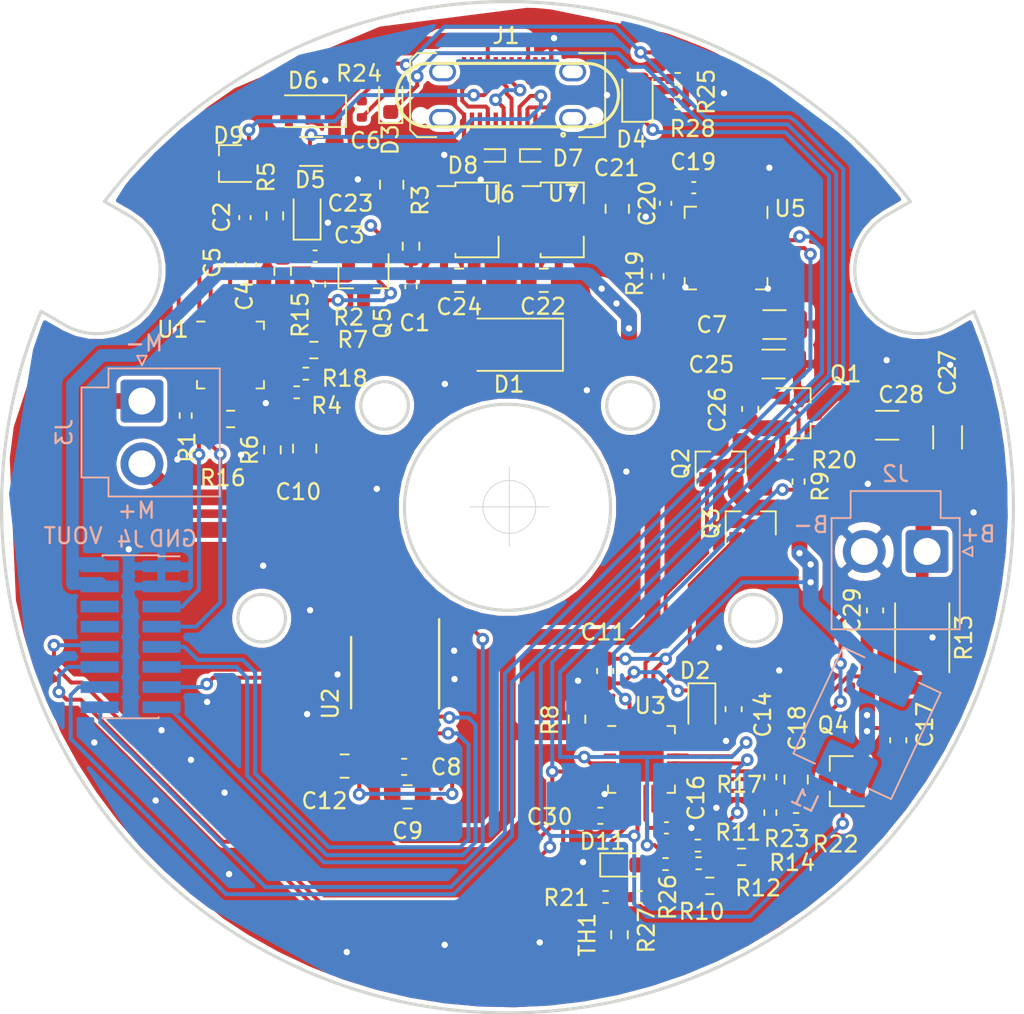
<source format=kicad_pcb>
(kicad_pcb (version 20171130) (host pcbnew "(5.1.10)-1")
  (layers (0 F.Cu signal hide) (31 B.Cu signal) (34 B.Paste user hide) (35 F.Paste user hide) (36 B.SilkS user) (37 F.SilkS user) (38 B.Mask user hide) (39 F.Mask user hide) (44 Edge.Cuts user))
  (net 0 "")
  (net 1 /Sheet65F09169/VSINK)
  (net 2 "Net-(C1-Pad2)")
  (net 3 /Sheet65F09169/VBUS)
  (net 4 GND)
  (net 5 "Net-(C3-Pad1)")
  (net 6 "Net-(C4-Pad2)")
  (net 7 "Net-(C5-Pad2)")
  (net 8 V_SYSTEM_out)
  (net 9 "Net-(C10-Pad2)")
  (net 10 "Net-(C11-Pad2)")
  (net 11 "Net-(C11-Pad1)")
  (net 12 /Sheet6601D6D0/VINT)
  (net 13 "Net-(C14-Pad2)")
  (net 14 /Sheet65F0AC28/VREF)
  (net 15 "Net-(C17-Pad2)")
  (net 16 "Net-(C18-Pad2)")
  (net 17 /Sheet65F0AC28/BAT+)
  (net 18 /Sheet66043151/3V3_out)
  (net 19 "Net-(C26-Pad1)")
  (net 20 "Net-(C30-Pad2)")
  (net 21 STAT1_out)
  (net 22 "Net-(D3-Pad2)")
  (net 23 STAT2_out)
  (net 24 "Net-(D4-Pad2)")
  (net 25 /Sheet65F09169/USB_D+)
  (net 26 /Sheet65F09169/USB_D-)
  (net 27 /Sheet65F09169/CC1)
  (net 28 /Sheet65F09169/CC2)
  (net 29 "Net-(D11-Pad2)")
  (net 30 "Net-(D11-Pad1)")
  (net 31 "Net-(J1-PadS1)")
  (net 32 "Net-(J1-PadA8)")
  (net 33 "Net-(J1-PadB8)")
  (net 34 /Sheet6601D6D0/MOTOR-)
  (net 35 /Sheet6601D6D0/MOTOR+)
  (net 36 SDA_out)
  (net 37 SCL_out)
  (net 38 MOTOR_A_out)
  (net 39 MOTOR_B_out)
  (net 40 DRV_n_FAULT_out)
  (net 41 DRV_SLEEP_out)
  (net 42 TXD_out)
  (net 43 RXD_out)
  (net 44 "Net-(Q2-Pad1)")
  (net 45 "Net-(Q3-Pad1)")
  (net 46 "Net-(Q4-Pad3)")
  (net 47 "Net-(Q5-Pad1)")
  (net 48 "Net-(R1-Pad1)")
  (net 49 "Net-(R4-Pad1)")
  (net 50 "Net-(R7-Pad1)")
  (net 51 "Net-(R8-Pad2)")
  (net 52 "Net-(R9-Pad1)")
  (net 53 "Net-(R10-Pad2)")
  (net 54 "Net-(R12-Pad2)")
  (net 55 "Net-(R16-Pad1)")
  (net 56 "Net-(R18-Pad1)")
  (net 57 "Net-(R19-Pad1)")
  (net 58 "Net-(R21-Pad1)")
  (net 59 "Net-(U1-Pad3)")
  (net 60 "Net-(U1-Pad11)")
  (net 61 "Net-(U1-Pad14)")
  (net 62 "Net-(U1-Pad15)")
  (net 63 "Net-(U1-Pad17)")
  (net 64 "Net-(U1-Pad19)")
  (net 65 "Net-(U1-Pad20)")
  (net 66 "Net-(U2-Pad5)")
  (net 67 "Net-(U2-Pad7)")
  (net 68 "Net-(U2-Pad9)")
  (net 69 "Net-(U2-Pad10)")
  (net 70 "Net-(U3-Pad3)")
  (net 71 "Net-(U5-Pad1)")
  (net 72 "Net-(U5-Pad2)")
  (net 73 "Net-(U5-Pad10)")
  (net 74 "Net-(U5-Pad11)")
  (net 75 "Net-(U5-Pad12)")
  (net 76 "Net-(U5-Pad13)")
  (net 77 "Net-(U5-Pad14)")
  (net 78 "Net-(U5-Pad15)")
  (net 79 "Net-(U5-Pad16)")
  (net 80 "Net-(U5-Pad17)")
  (net 81 "Net-(U5-Pad18)")
  (net 82 "Net-(U5-Pad19)")
  (net 83 "Net-(U5-Pad20)")
  (net 84 "Net-(U5-Pad21)")
  (net 85 "Net-(U5-Pad22)")
  (net 86 "Net-(U5-Pad23)")
  (net 87 "Net-(U5-Pad24)")
  (net 88 "Net-(U5-Pad27)")
  (net 89 "Net-(U5-Pad28)")
  (net 90 "Net-(R15-Pad1)")
  (net 91 "Net-(J4-Pad6)")
  (net 92 "Net-(J4-Pad8)")
  (module Connector_USB:USB_C_Receptacle_JAE_DX07S024WJ3R400 (layer F.Cu) (at 139.11072 59.25566 180)
    (fp_text reference J1 (at 0.1016 3.7465) (layer F.SilkS))
    (fp_text value USB_C_Receptacle_USB2.0)
    (pad S1 thru_hole oval (at -4.1 -1.47 270) (size 1.2 1.7) (drill oval 0.8 1.3) (layers *.Cu *.Mask) (net 31 "Net-(J1-PadS1)"))
    (pad A1 smd rect (at -2.75 -1.75 180) (size 0.27 1.3) (layers F.Cu F.Paste F.Mask) (net 4 GND))
    (pad A2 smd rect (at -2.25 -1.75 180) (size 0.27 1.3) (layers F.Cu F.Paste F.Mask))
    (pad A3 smd rect (at -1.75 -1.75 180) (size 0.27 1.3) (layers F.Cu F.Paste F.Mask))
    (pad A4 smd rect (at -1.25 -1.75 180) (size 0.27 1.3) (layers F.Cu F.Paste F.Mask) (net 3 /Sheet65F09169/VBUS))
    (pad A5 smd rect (at -0.75 -1.75 180) (size 0.27 1.3) (layers F.Cu F.Paste F.Mask) (net 27 /Sheet65F09169/CC1))
    (pad A6 smd rect (at -0.25 -1.75 180) (size 0.27 1.3) (layers F.Cu F.Paste F.Mask) (net 25 /Sheet65F09169/USB_D+))
    (pad A7 smd rect (at 0.25 -1.75 180) (size 0.27 1.3) (layers F.Cu F.Paste F.Mask) (net 26 /Sheet65F09169/USB_D-))
    (pad A12 smd rect (at 2.75 -1.75 180) (size 0.27 1.3) (layers F.Cu F.Paste F.Mask) (net 4 GND))
    (pad A10 smd rect (at 1.75 -1.75 180) (size 0.27 1.3) (layers F.Cu F.Paste F.Mask))
    (pad A9 smd rect (at 1.25 -1.75 180) (size 0.27 1.3) (layers F.Cu F.Paste F.Mask) (net 3 /Sheet65F09169/VBUS))
    (pad A8 smd rect (at 0.75 -1.75 180) (size 0.27 1.3) (layers F.Cu F.Paste F.Mask) (net 32 "Net-(J1-PadA8)"))
    (pad A11 smd rect (at 2.25 -1.75 180) (size 0.27 1.3) (layers F.Cu F.Paste F.Mask))
    (pad B1 smd rect (at 2.75 1.75 180) (size 0.27 1.3) (layers F.Cu F.Paste F.Mask) (net 4 GND))
    (pad "" np_thru_hole circle (at -5.5 -1.3 180) (size 0.6 0.6) (drill 0.6) (layers *.Cu *.Mask))
    (pad B2 smd rect (at 2.25 1.75 180) (size 0.27 1.3) (layers F.Cu F.Paste F.Mask))
    (pad B3 smd rect (at 1.75 1.75 180) (size 0.27 1.3) (layers F.Cu F.Paste F.Mask))
    (pad B4 smd rect (at 1.25 1.75 180) (size 0.27 1.3) (layers F.Cu F.Paste F.Mask) (net 3 /Sheet65F09169/VBUS))
    (pad B5 smd rect (at 0.75 1.75 180) (size 0.27 1.3) (layers F.Cu F.Paste F.Mask) (net 28 /Sheet65F09169/CC2))
    (pad B6 smd rect (at 0.25 1.75 180) (size 0.27 1.3) (layers F.Cu F.Paste F.Mask) (net 25 /Sheet65F09169/USB_D+))
    (pad B7 smd rect (at -0.25 1.75 180) (size 0.27 1.3) (layers F.Cu F.Paste F.Mask) (net 26 /Sheet65F09169/USB_D-))
    (pad B8 smd rect (at -0.75 1.75 180) (size 0.27 1.3) (layers F.Cu F.Paste F.Mask) (net 33 "Net-(J1-PadB8)"))
    (pad B9 smd rect (at -1.25 1.75 180) (size 0.27 1.3) (layers F.Cu F.Paste F.Mask) (net 3 /Sheet65F09169/VBUS))
    (pad B10 smd rect (at -1.75 1.75 180) (size 0.27 1.3) (layers F.Cu F.Paste F.Mask))
    (pad B11 smd rect (at -2.25 1.75 180) (size 0.27 1.3) (layers F.Cu F.Paste F.Mask))
    (pad B12 smd rect (at -2.75 1.75 180) (size 0.27 1.3) (layers F.Cu F.Paste F.Mask) (net 4 GND))
    (pad S1 thru_hole oval (at -4.1 1.47 270) (size 1.2 1.7) (drill oval 0.8 1.3) (layers *.Cu *.Mask) (net 31 "Net-(J1-PadS1)"))
    (pad S1 thru_hole oval (at 4.1 -1.47 270) (size 1.2 1.7) (drill oval 0.8 1.3) (layers *.Cu *.Mask) (net 31 "Net-(J1-PadS1)"))
    (pad S1 thru_hole oval (at 4.1 1.47 270) (size 1.2 1.7) (drill oval 0.8 1.3) (layers *.Cu *.Mask) (net 31 "Net-(J1-PadS1)"))
    (pad "" np_thru_hole circle (at 5.5 -1.3 180) (size 0.6 0.6) (drill 0.6) (layers *.Cu *.Mask))
  )
  (module Capacitor_SMD:C_0805_2012Metric (layer F.Cu) (at 132.8064 103.52532)
    (fp_text reference C9 (at -0.0025 2.1463) (layer F.SilkS))
    (fp_text value 10u)
    (pad 1 smd roundrect (at -0.95 0) (size 1 1.45) (layers F.Cu F.Paste F.Mask) (net 8 V_SYSTEM_out))
    (pad 2 smd roundrect (at 0.95 0) (size 1 1.45) (layers F.Cu F.Paste F.Mask) (net 4 GND))
  )
  (module Connector_JST2:JST_VH_B2P-VH-B_1x02_P3.96mm_Vertical (layer B.Cu) (at 116.0526 78.55712 270)
    (fp_text reference J3 (at 1.98 4.9 90) (layer B.SilkS) (effects (justify mirror)))
    (fp_text value Conn_01x02_Male)
    (pad 2 thru_hole circle (at 3.96 0 270) (size 2.7 2.7) (drill 1.7) (layers *.Cu *.Mask) (net 35 /Sheet6601D6D0/MOTOR+))
    (pad 1 thru_hole roundrect (at 0 0 270) (size 2.7 2.7) (drill 1.7) (layers *.Cu *.Mask) (roundrect_rratio 0.09259299999999999) (net 34 /Sheet6601D6D0/MOTOR-))
  )
  (module Package_SO:TSSOP-16-1EP_4.4x5mm_P0.65mm (layer F.Cu) (at 131.9657 95.68942 270)
    (fp_text reference U2 (at 1.9558 4.0259 270) (layer F.SilkS))
    (fp_text value DRV8848)
    (pad 1 smd rect (at -2.775 -2.275 270) (size 1.05 0.45) (layers F.Cu F.Paste F.Mask) (net 41 DRV_SLEEP_out))
    (pad 2 smd rect (at -2.775 -1.625 270) (size 1.05 0.45) (layers F.Cu F.Paste F.Mask) (net 35 /Sheet6601D6D0/MOTOR+))
    (pad 3 smd rect (at -2.775 -0.975 270) (size 1.05 0.45) (layers F.Cu F.Paste F.Mask) (net 4 GND))
    (pad 4 smd rect (at -2.775 -0.325 270) (size 1.05 0.45) (layers F.Cu F.Paste F.Mask) (net 34 /Sheet6601D6D0/MOTOR-))
    (pad 5 smd rect (at -2.775 0.325 270) (size 1.05 0.45) (layers F.Cu F.Paste F.Mask) (net 66 "Net-(U2-Pad5)"))
    (pad 6 smd rect (at -2.775 0.975 270) (size 1.05 0.45) (layers F.Cu F.Paste F.Mask) (net 4 GND))
    (pad 7 smd rect (at -2.775 1.625 270) (size 1.05 0.45) (layers F.Cu F.Paste F.Mask) (net 67 "Net-(U2-Pad7)"))
    (pad 8 smd rect (at -2.775 2.275 270) (size 1.05 0.45) (layers F.Cu F.Paste F.Mask) (net 40 DRV_n_FAULT_out))
    (pad 9 smd rect (at 2.775 2.275 270) (size 1.05 0.45) (layers F.Cu F.Paste F.Mask) (net 68 "Net-(U2-Pad9)"))
    (pad 10 smd rect (at 2.775 1.625 270) (size 1.05 0.45) (layers F.Cu F.Paste F.Mask) (net 69 "Net-(U2-Pad10)"))
    (pad 11 smd rect (at 2.775 0.975 270) (size 1.05 0.45) (layers F.Cu F.Paste F.Mask) (net 12 /Sheet6601D6D0/VINT))
    (pad 12 smd rect (at 2.775 0.325 270) (size 1.05 0.45) (layers F.Cu F.Paste F.Mask) (net 8 V_SYSTEM_out))
    (pad 13 smd rect (at 2.775 -0.325 270) (size 1.05 0.45) (layers F.Cu F.Paste F.Mask) (net 4 GND))
    (pad 14 smd rect (at 2.775 -0.975 270) (size 1.05 0.45) (layers F.Cu F.Paste F.Mask) (net 12 /Sheet6601D6D0/VINT))
    (pad 15 smd rect (at 2.775 -1.625 270) (size 1.05 0.45) (layers F.Cu F.Paste F.Mask) (net 39 MOTOR_B_out))
    (pad 16 smd rect (at 2.775 -2.275 270) (size 1.05 0.45) (layers F.Cu F.Paste F.Mask) (net 38 MOTOR_A_out))
    (pad 17 smd rect (at 0.735 1.3425 270) (size 1.47 0.895) (layers F.Cu F.Paste F.Mask) (net 4 GND))
    (pad 17 smd rect (at 0.735 0.4475 270) (size 1.47 0.895) (layers F.Cu F.Paste F.Mask) (net 4 GND))
    (pad 17 smd rect (at 0.735 -0.4475 270) (size 1.47 0.895) (layers F.Cu F.Paste F.Mask) (net 4 GND))
    (pad 17 smd rect (at 0.735 -1.3425 270) (size 1.47 0.895) (layers F.Cu F.Paste F.Mask) (net 4 GND))
    (pad 17 smd rect (at -0.735 1.3425 270) (size 1.47 0.895) (layers F.Cu F.Paste F.Mask) (net 4 GND))
    (pad 17 smd rect (at -0.735 0.4475 270) (size 1.47 0.895) (layers F.Cu F.Paste F.Mask) (net 4 GND))
    (pad 17 smd rect (at -0.735 -0.4475 270) (size 1.47 0.895) (layers F.Cu F.Paste F.Mask) (net 4 GND))
    (pad 17 smd rect (at -0.735 -1.3425 270) (size 1.47 0.895) (layers F.Cu F.Paste F.Mask) (net 4 GND))
  )
  (module Capacitor_SMD:C_0402_1005Metric (layer F.Cu) (at 149.0726 66.08312 90)
    (fp_text reference C20 (at 0 -1.16 90) (layer F.SilkS))
    (fp_text value 4u7)
    (pad 2 smd roundrect (at 0.48 0 90) (size 0.56 0.62) (layers F.Cu F.Paste F.Mask) (net 4 GND))
    (pad 1 smd roundrect (at -0.48 0 90) (size 0.56 0.62) (layers F.Cu F.Paste F.Mask) (net 18 /Sheet66043151/3V3_out))
  )
  (module Package_TO_SOT_SMD:SOT-23 (layer F.Cu) (at 152.54224 82.4992 90)
    (fp_text reference Q2 (at 0 -2.5 90) (layer F.SilkS))
    (fp_text value AP3404S)
    (pad 3 smd rect (at 1 0 90) (size 0.9 0.8) (layers F.Cu F.Paste F.Mask) (net 8 V_SYSTEM_out))
    (pad 2 smd rect (at -1 0.95 90) (size 0.9 0.8) (layers F.Cu F.Paste F.Mask) (net 11 "Net-(C11-Pad1)"))
    (pad 1 smd rect (at -1 -0.95 90) (size 0.9 0.8) (layers F.Cu F.Paste F.Mask) (net 44 "Net-(Q2-Pad1)"))
  )
  (module Capacitor_SMD:C_0402_1005Metric (layer F.Cu) (at 133.0198 71.34352 90)
    (fp_text reference C1 (at -2.286 0.2286 180) (layer F.SilkS))
    (fp_text value 0u1)
    (pad 1 smd roundrect (at -0.48 0 90) (size 0.56 0.62) (layers F.Cu F.Paste F.Mask) (net 1 /Sheet65F09169/VSINK))
    (pad 2 smd roundrect (at 0.48 0 90) (size 0.56 0.62) (layers F.Cu F.Paste F.Mask) (net 2 "Net-(C1-Pad2)"))
  )
  (module Capacitor_SMD:C_0402_1005Metric (layer F.Cu) (at 122.54738 66.98488 90)
    (fp_text reference C2 (at 0.02286 -1.45796 270) (layer F.SilkS))
    (fp_text value 1u)
    (pad 2 smd roundrect (at 0.48 0 90) (size 0.56 0.62) (layers F.Cu F.Paste F.Mask) (net 3 /Sheet65F09169/VBUS))
    (pad 1 smd roundrect (at -0.48 0 90) (size 0.56 0.62) (layers F.Cu F.Paste F.Mask) (net 4 GND))
  )
  (module Capacitor_SMD:C_0402_1005Metric (layer F.Cu) (at 126.9746 69.41312)
    (fp_text reference C3 (at 2.1463 -1.3208) (layer F.SilkS))
    (fp_text value 1u)
    (pad 1 smd roundrect (at -0.48 0) (size 0.56 0.62) (layers F.Cu F.Paste F.Mask) (net 5 "Net-(C3-Pad1)"))
    (pad 2 smd roundrect (at 0.48 0) (size 0.56 0.62) (layers F.Cu F.Paste F.Mask) (net 4 GND))
  )
  (module Capacitor_SMD:C_0402_1005Metric (layer F.Cu) (at 122.89028 69.94398 270)
    (fp_text reference C4 (at 1.9558 0.3683 90) (layer F.SilkS))
    (fp_text value 1u)
    (pad 1 smd roundrect (at -0.48 0 270) (size 0.56 0.62) (layers F.Cu F.Paste F.Mask) (net 4 GND))
    (pad 2 smd roundrect (at 0.48 0 270) (size 0.56 0.62) (layers F.Cu F.Paste F.Mask) (net 6 "Net-(C4-Pad2)"))
  )
  (module Capacitor_SMD:C_0402_1005Metric (layer F.Cu) (at 121.61266 69.93382 270)
    (fp_text reference C5 (at -0.1143 1.1303 270) (layer F.SilkS))
    (fp_text value 1u)
    (pad 2 smd roundrect (at 0.48 0 270) (size 0.56 0.62) (layers F.Cu F.Paste F.Mask) (net 7 "Net-(C5-Pad2)"))
    (pad 1 smd roundrect (at -0.48 0 270) (size 0.56 0.62) (layers F.Cu F.Paste F.Mask) (net 4 GND))
  )
  (module Capacitor_SMD:C_1206_3216Metric (layer F.Cu) (at 126.7206 62.80912 180)
    (fp_text reference C6 (at -3.429 0.6858) (layer F.SilkS))
    (fp_text value 4u7)
    (pad 2 smd roundrect (at 1.475 0 180) (size 1.15 1.8) (layers F.Cu F.Paste F.Mask) (roundrect_rratio 0.217391) (net 4 GND))
    (pad 1 smd roundrect (at -1.475 0 180) (size 1.15 1.8) (layers F.Cu F.Paste F.Mask) (roundrect_rratio 0.217391) (net 3 /Sheet65F09169/VBUS))
  )
  (module Capacitor_SMD:C_1206_3216Metric (layer F.Cu) (at 155.9324 73.73112 180)
    (fp_text reference C7 (at 3.9515 -0.0127 180) (layer F.SilkS))
    (fp_text value 10u)
    (pad 1 smd roundrect (at -1.475 0 180) (size 1.15 1.8) (layers F.Cu F.Paste F.Mask) (roundrect_rratio 0.217391) (net 4 GND))
    (pad 2 smd roundrect (at 1.475 0 180) (size 1.15 1.8) (layers F.Cu F.Paste F.Mask) (roundrect_rratio 0.217391) (net 8 V_SYSTEM_out))
  )
  (module Capacitor_SMD:C_0603_1608Metric (layer F.Cu) (at 132.588 101.63302)
    (fp_text reference C8 (at 2.6416 0.0127) (layer F.SilkS))
    (fp_text value 100n)
    (pad 1 smd roundrect (at -0.775 0) (size 0.9 0.95) (layers F.Cu F.Paste F.Mask) (net 8 V_SYSTEM_out))
    (pad 2 smd roundrect (at 0.775 0) (size 0.9 0.95) (layers F.Cu F.Paste F.Mask) (net 4 GND))
  )
  (module Capacitor_SMD:C_0805_2012Metric (layer F.Cu) (at 126.3142 81.55174 270)
    (fp_text reference C10 (at 2.73054 0.40386 180) (layer F.SilkS))
    (fp_text value 2u2)
    (pad 1 smd roundrect (at -0.95 0 270) (size 1 1.45) (layers F.Cu F.Paste F.Mask) (net 4 GND))
    (pad 2 smd roundrect (at 0.95 0 270) (size 1 1.45) (layers F.Cu F.Paste F.Mask) (net 9 "Net-(C10-Pad2)"))
  )
  (module Capacitor_SMD:C_0603_1608Metric (layer F.Cu) (at 145.2626 95.58812 270)
    (fp_text reference C11 (at -2.4514 0.1016) (layer F.SilkS))
    (fp_text value 0u1)
    (pad 2 smd roundrect (at 0.775 0 270) (size 0.9 0.95) (layers F.Cu F.Paste F.Mask) (net 10 "Net-(C11-Pad2)"))
    (pad 1 smd roundrect (at -0.775 0 270) (size 0.9 0.95) (layers F.Cu F.Paste F.Mask) (net 11 "Net-(C11-Pad1)"))
  )
  (module Capacitor_SMD:C_0805_2012Metric (layer F.Cu) (at 128.8313 101.58222)
    (fp_text reference C12 (at -1.2725 2.1971) (layer F.SilkS))
    (fp_text value 2u2)
    (pad 2 smd roundrect (at 0.95 0) (size 1 1.45) (layers F.Cu F.Paste F.Mask) (net 12 /Sheet6601D6D0/VINT))
    (pad 1 smd roundrect (at -0.95 0) (size 1 1.45) (layers F.Cu F.Paste F.Mask) (net 4 GND))
  )
  (module Capacitor_SMD:C_0603_1608Metric (layer F.Cu) (at 153.36012 97.9932 90)
    (fp_text reference C14 (at -0.3429 1.8415 90) (layer F.SilkS))
    (fp_text value 1u)
    (pad 2 smd roundrect (at 0.775 0 90) (size 0.9 0.95) (layers F.Cu F.Paste F.Mask) (net 13 "Net-(C14-Pad2)"))
    (pad 1 smd roundrect (at -0.775 0 90) (size 0.9 0.95) (layers F.Cu F.Paste F.Mask) (net 4 GND))
  )
  (module Capacitor_SMD:C_0402_1005Metric (layer F.Cu) (at 149.1234 105.48112)
    (fp_text reference C16 (at 1.8669 -1.8923 90) (layer F.SilkS))
    (fp_text value 1u)
    (pad 2 smd roundrect (at 0.48 0) (size 0.56 0.62) (layers F.Cu F.Paste F.Mask) (net 4 GND))
    (pad 1 smd roundrect (at -0.48 0) (size 0.56 0.62) (layers F.Cu F.Paste F.Mask) (net 14 /Sheet65F0AC28/VREF))
  )
  (module Capacitor_SMD:C_0603_1608Metric (layer F.Cu) (at 163.7411 99.95662 90)
    (fp_text reference C17 (at 0.9906 1.6764 90) (layer F.SilkS))
    (fp_text value 0u1)
    (pad 1 smd roundrect (at -0.775 0 90) (size 0.9 0.95) (layers F.Cu F.Paste F.Mask) (net 4 GND))
    (pad 2 smd roundrect (at 0.775 0 90) (size 0.9 0.95) (layers F.Cu F.Paste F.Mask) (net 15 "Net-(C17-Pad2)"))
  )
  (module Capacitor_SMD:C_0805_2012Metric (layer F.Cu) (at 157.3022 102.43312 270)
    (fp_text reference C18 (at -3.2385 -0.0635 270) (layer F.SilkS))
    (fp_text value 22p)
    (pad 2 smd roundrect (at 0.95 0 270) (size 1 1.45) (layers F.Cu F.Paste F.Mask) (net 16 "Net-(C18-Pad2)"))
    (pad 1 smd roundrect (at -0.95 0 270) (size 1 1.45) (layers F.Cu F.Paste F.Mask) (net 17 /Sheet65F0AC28/BAT+))
  )
  (module Capacitor_SMD:C_0402_1005Metric (layer F.Cu) (at 150.8506 65.09512 180)
    (fp_text reference C19 (at 0.0381 1.6256) (layer F.SilkS))
    (fp_text value 0u1)
    (pad 1 smd roundrect (at -0.48 0 180) (size 0.56 0.62) (layers F.Cu F.Paste F.Mask) (net 18 /Sheet66043151/3V3_out))
    (pad 2 smd roundrect (at 0.48 0 180) (size 0.56 0.62) (layers F.Cu F.Paste F.Mask) (net 4 GND))
  )
  (module Capacitor_SMD:C_0805_2012Metric (layer F.Cu) (at 146.0246 66.43112 90)
    (fp_text reference C21 (at 2.5806 -0.0508 180) (layer F.SilkS))
    (fp_text value 10u)
    (pad 2 smd roundrect (at 0.95 0 90) (size 1 1.45) (layers F.Cu F.Paste F.Mask) (net 4 GND))
    (pad 1 smd roundrect (at -0.95 0 90) (size 1 1.45) (layers F.Cu F.Paste F.Mask) (net 3 /Sheet65F09169/VBUS))
  )
  (module Capacitor_SMD:C_0805_2012Metric (layer F.Cu) (at 141.3866 70.93712)
    (fp_text reference C22 (at -0.0483 1.651 180) (layer F.SilkS))
    (fp_text value 10u)
    (pad 1 smd roundrect (at -0.95 0) (size 1 1.45) (layers F.Cu F.Paste F.Mask) (net 18 /Sheet66043151/3V3_out))
    (pad 2 smd roundrect (at 0.95 0) (size 1 1.45) (layers F.Cu F.Paste F.Mask) (net 4 GND))
  )
  (module Capacitor_SMD:C_0805_2012Metric (layer F.Cu) (at 131.8006 64.90712 90)
    (fp_text reference C23 (at -1.1786 -2.6035 180) (layer F.SilkS))
    (fp_text value 10u)
    (pad 2 smd roundrect (at 0.95 0 90) (size 1 1.45) (layers F.Cu F.Paste F.Mask) (net 4 GND))
    (pad 1 smd roundrect (at -0.95 0 90) (size 1 1.45) (layers F.Cu F.Paste F.Mask) (net 3 /Sheet65F09169/VBUS))
  )
  (module Capacitor_SMD:C_0805_2012Metric (layer F.Cu) (at 136.0526 70.93712 180)
    (fp_text reference C24 (at 0 -1.68) (layer F.SilkS))
    (fp_text value 10u)
    (pad 1 smd roundrect (at -0.95 0 180) (size 1 1.45) (layers F.Cu F.Paste F.Mask) (net 18 /Sheet66043151/3V3_out))
    (pad 2 smd roundrect (at 0.95 0 180) (size 1 1.45) (layers F.Cu F.Paste F.Mask) (net 4 GND))
  )
  (module Capacitor_SMD:C_1206_3216Metric (layer F.Cu) (at 155.8798 76.22032 180)
    (fp_text reference C25 (at 3.9243 -0.0381 180) (layer F.SilkS))
    (fp_text value 10u)
    (pad 1 smd roundrect (at -1.475 0 180) (size 1.15 1.8) (layers F.Cu F.Paste F.Mask) (roundrect_rratio 0.217391) (net 4 GND))
    (pad 2 smd roundrect (at 1.475 0 180) (size 1.15 1.8) (layers F.Cu F.Paste F.Mask) (roundrect_rratio 0.217391) (net 8 V_SYSTEM_out))
  )
  (module Capacitor_SMD:C_0603_1608Metric (layer F.Cu) (at 154.4066 79.05212 270)
    (fp_text reference C26 (at 0.0511 2.0701 90) (layer F.SilkS))
    (fp_text value 0u1)
    (pad 1 smd roundrect (at -0.775 0 270) (size 0.9 0.95) (layers F.Cu F.Paste F.Mask) (net 19 "Net-(C26-Pad1)"))
    (pad 2 smd roundrect (at 0.775 0 270) (size 0.9 0.95) (layers F.Cu F.Paste F.Mask) (net 8 V_SYSTEM_out))
  )
  (module Capacitor_SMD:C_1206_3216Metric (layer F.Cu) (at 166.8526 80.84312 270)
    (fp_text reference C27 (at -4.064 0 270) (layer F.SilkS))
    (fp_text value 10u)
    (pad 2 smd roundrect (at 1.475 0 270) (size 1.15 1.8) (layers F.Cu F.Paste F.Mask) (roundrect_rratio 0.217391) (net 17 /Sheet65F0AC28/BAT+))
    (pad 1 smd roundrect (at -1.475 0 270) (size 1.15 1.8) (layers F.Cu F.Paste F.Mask) (roundrect_rratio 0.217391) (net 4 GND))
  )
  (module Capacitor_SMD:C_1206_3216Metric (layer F.Cu) (at 163.0426 80.08112)
    (fp_text reference C28 (at 0.8763 -1.9304 180) (layer F.SilkS))
    (fp_text value 10u)
    (pad 1 smd roundrect (at -1.475 0) (size 1.15 1.8) (layers F.Cu F.Paste F.Mask) (roundrect_rratio 0.217391) (net 4 GND))
    (pad 2 smd roundrect (at 1.475 0) (size 1.15 1.8) (layers F.Cu F.Paste F.Mask) (roundrect_rratio 0.217391) (net 17 /Sheet65F0AC28/BAT+))
  )
  (module Capacitor_SMD:C_0603_1608Metric (layer F.Cu) (at 162.2806 91.76512 90)
    (fp_text reference C29 (at 0 -1.43 90) (layer F.SilkS))
    (fp_text value 0u1)
    (pad 1 smd roundrect (at -0.775 0 90) (size 0.9 0.95) (layers F.Cu F.Paste F.Mask) (net 15 "Net-(C17-Pad2)"))
    (pad 2 smd roundrect (at 0.775 0 90) (size 0.9 0.95) (layers F.Cu F.Paste F.Mask) (net 17 /Sheet65F0AC28/BAT+))
  )
  (module Capacitor_SMD:C_0603_1608Metric (layer F.Cu) (at 144.9578 104.71912)
    (fp_text reference C30 (at -3.2004 0.0635) (layer F.SilkS))
    (fp_text value 0u1)
    (pad 2 smd roundrect (at 0.775 0) (size 0.9 0.95) (layers F.Cu F.Paste F.Mask) (net 20 "Net-(C30-Pad2)"))
    (pad 1 smd roundrect (at -0.775 0) (size 0.9 0.95) (layers F.Cu F.Paste F.Mask) (net 4 GND))
  )
  (module Diode_SMD:D_SMA (layer F.Cu) (at 139.1986 75.00112 180)
    (fp_text reference D1 (at 0 -2.5) (layer F.SilkS))
    (fp_text value SS34)
    (pad 2 smd rect (at 2 0 180) (size 2.5 1.8) (layers F.Cu F.Paste F.Mask) (net 1 /Sheet65F09169/VSINK))
    (pad 1 smd rect (at -2 0 180) (size 2.5 1.8) (layers F.Cu F.Paste F.Mask) (net 8 V_SYSTEM_out))
  )
  (module Diode_SMD:D_SOD-323 (layer F.Cu) (at 151.3586 97.86112 270)
    (fp_text reference D2 (at -2.2987 0.4318 180) (layer F.SilkS))
    (fp_text value 1N5819WS)
    (pad 1 smd rect (at -1.05 0 270) (size 0.6 0.45) (layers F.Cu F.Paste F.Mask) (net 10 "Net-(C11-Pad2)"))
    (pad 2 smd rect (at 1.05 0 270) (size 0.6 0.45) (layers F.Cu F.Paste F.Mask) (net 13 "Net-(C14-Pad2)"))
  )
  (module Diode_SMD:D_0603_1608Metric (layer F.Cu) (at 131.73964 59.53262 90)
    (fp_text reference D3 (at -2.54 -0.0254 270) (layer F.SilkS))
    (fp_text value KT-0603R)
    (pad 1 smd roundrect (at -0.7875 0 90) (size 0.875 0.95) (layers F.Cu F.Paste F.Mask) (net 21 STAT1_out))
    (pad 2 smd roundrect (at 0.7875 0 90) (size 0.875 0.95) (layers F.Cu F.Paste F.Mask) (net 22 "Net-(D3-Pad2)"))
  )
  (module Diode_SMD:D_0805_2012Metric (layer F.Cu) (at 147.2946 59.25312 90)
    (fp_text reference D4 (at -2.794 -0.3683) (layer F.SilkS))
    (fp_text value KT-0805G)
    (pad 1 smd roundrect (at -0.9375 0 90) (size 0.975 1.4) (layers F.Cu F.Paste F.Mask) (net 23 STAT2_out))
    (pad 2 smd roundrect (at 0.9375 0 90) (size 0.975 1.4) (layers F.Cu F.Paste F.Mask) (net 24 "Net-(D4-Pad2)"))
  )
  (module Diode_SMD:D_SOD-323 (layer F.Cu) (at 126.4666 66.87312 90)
    (fp_text reference D5 (at 2.2733 0.1905) (layer F.SilkS))
    (fp_text value 1N5819WS)
    (pad 2 smd rect (at 1.05 0 90) (size 0.6 0.45) (layers F.Cu F.Paste F.Mask) (net 3 /Sheet65F09169/VBUS))
    (pad 1 smd rect (at -1.05 0 90) (size 0.6 0.45) (layers F.Cu F.Paste F.Mask) (net 5 "Net-(C3-Pad1)"))
  )
  (module Diode_SMD:D_SOD-923 (layer F.Cu) (at 140.6906 63.06312)
    (fp_text reference D7 (at 2.2098 0.1778) (layer F.SilkS))
    (fp_text value ESD9B3.3ST5G)
    (pad 2 smd rect (at 0.42 0 180) (size 0.36 0.25) (layers F.Cu F.Paste F.Mask) (net 4 GND))
    (pad 1 smd rect (at -0.42 0 180) (size 0.36 0.25) (layers F.Cu F.Paste F.Mask) (net 25 /Sheet65F09169/USB_D+))
  )
  (module Diode_SMD:D_SOD-923 (layer F.Cu) (at 138.1506 63.06312 180)
    (fp_text reference D8 (at 1.8669 -0.6223) (layer F.SilkS))
    (fp_text value ESD9B3.3ST5G)
    (pad 1 smd rect (at -0.42 0) (size 0.36 0.25) (layers F.Cu F.Paste F.Mask) (net 26 /Sheet65F09169/USB_D-))
    (pad 2 smd rect (at 0.42 0) (size 0.36 0.25) (layers F.Cu F.Paste F.Mask) (net 4 GND))
  )
  (module Package_TO_SOT_SMD:SOT-323_SC-70 (layer F.Cu) (at 121.6406 63.57112 180)
    (fp_text reference D9 (at 0.127 1.7653 180) (layer F.SilkS))
    (fp_text value ESDA25W)
    (pad 1 smd rect (at -1 -0.65 90) (size 0.45 0.7) (layers F.Cu F.Paste F.Mask) (net 27 /Sheet65F09169/CC1))
    (pad 2 smd rect (at -1 0.65 90) (size 0.45 0.7) (layers F.Cu F.Paste F.Mask) (net 28 /Sheet65F09169/CC2))
    (pad 3 smd rect (at 1 0 90) (size 0.45 0.7) (layers F.Cu F.Paste F.Mask) (net 4 GND))
  )
  (module Diode_SMD:D_0603_1608Metric (layer F.Cu) (at 146.431 107.81792)
    (fp_text reference D11 (at -1.3335 -1.4732 180) (layer F.SilkS))
    (fp_text value KT-0603R)
    (pad 2 smd roundrect (at 0.7875 0) (size 0.875 0.95) (layers F.Cu F.Paste F.Mask) (net 29 "Net-(D11-Pad2)"))
    (pad 1 smd roundrect (at -0.7875 0) (size 0.875 0.95) (layers F.Cu F.Paste F.Mask) (net 30 "Net-(D11-Pad1)"))
  )
  (module Connector_JST2:JST_VH_B2P-VH-B_1x02_P3.96mm_Vertical (layer B.Cu) (at 165.5572 88.04402 180)
    (fp_text reference J2 (at 1.98 4.9) (layer B.SilkS) (effects (justify mirror)))
    (fp_text value Conn_01x02_Male)
    (pad 2 thru_hole circle (at 3.96 0 180) (size 2.7 2.7) (drill 1.7) (layers *.Cu *.Mask) (net 4 GND))
    (pad 1 thru_hole roundrect (at 0 0 180) (size 2.7 2.7) (drill 1.7) (layers *.Cu *.Mask) (roundrect_rratio 0.09259299999999999) (net 17 /Sheet65F0AC28/BAT+))
  )
  (module Inductor_SMD:L_Abracon_ASPI-0630LR (layer B.Cu) (at 161.7726 98.87712 245)
    (fp_text reference L1 (at 6.038465 1.500191 335) (layer B.SilkS) (effects (justify mirror)))
    (fp_text value 6u8)
    (pad 2 smd roundrect (at 3.025 0 245) (size 2.35 3.4) (layers B.Cu B.Paste B.Mask) (roundrect_rratio 0.1) (net 15 "Net-(C17-Pad2)"))
    (pad 1 smd roundrect (at -3.025 0 245) (size 2.35 3.4) (layers B.Cu B.Paste B.Mask) (roundrect_rratio 0.1) (net 11 "Net-(C11-Pad1)"))
  )
  (module Package_TO_SOT_SMD:SOT-23 (layer F.Cu) (at 157.4546 79.31912)
    (fp_text reference Q1 (at 2.9718 -2.4638) (layer F.SilkS))
    (fp_text value AP3407)
    (pad 1 smd rect (at -1 -0.95) (size 0.9 0.8) (layers F.Cu F.Paste F.Mask) (net 19 "Net-(C26-Pad1)"))
    (pad 2 smd rect (at -1 0.95) (size 0.9 0.8) (layers F.Cu F.Paste F.Mask) (net 8 V_SYSTEM_out))
    (pad 3 smd rect (at 1 0) (size 0.9 0.8) (layers F.Cu F.Paste F.Mask) (net 17 /Sheet65F0AC28/BAT+))
  )
  (module Package_TO_SOT_SMD:SOT-23 (layer F.Cu) (at 154.43962 86.27288 90)
    (fp_text reference Q3 (at 0 -2.5 90) (layer F.SilkS))
    (fp_text value AP3404S)
    (pad 1 smd rect (at -1 -0.95 90) (size 0.9 0.8) (layers F.Cu F.Paste F.Mask) (net 45 "Net-(Q3-Pad1)"))
    (pad 2 smd rect (at -1 0.95 90) (size 0.9 0.8) (layers F.Cu F.Paste F.Mask) (net 4 GND))
    (pad 3 smd rect (at 1 0 90) (size 0.9 0.8) (layers F.Cu F.Paste F.Mask) (net 11 "Net-(C11-Pad1)"))
  )
  (module Package_TO_SOT_SMD:SOT-23 (layer F.Cu) (at 160.1818 102.53472 180)
    (fp_text reference Q4 (at 0.5428 3.5433) (layer F.SilkS))
    (fp_text value AP3404S)
    (pad 1 smd rect (at -1 -0.95 180) (size 0.9 0.8) (layers F.Cu F.Paste F.Mask) (net 23 STAT2_out))
    (pad 2 smd rect (at -1 0.95 180) (size 0.9 0.8) (layers F.Cu F.Paste F.Mask) (net 4 GND))
    (pad 3 smd rect (at 1 0 180) (size 0.9 0.8) (layers F.Cu F.Paste F.Mask) (net 46 "Net-(Q4-Pad3)"))
  )
  (module Package_TO_SOT_SMD:SOT-23 (layer F.Cu) (at 130.0226 70.68312 270)
    (fp_text reference Q5 (at 2.9464 -1.1938 270) (layer F.SilkS))
    (fp_text value AP3407)
    (pad 3 smd rect (at 1 0 270) (size 0.9 0.8) (layers F.Cu F.Paste F.Mask) (net 1 /Sheet65F09169/VSINK))
    (pad 2 smd rect (at -1 0.95 270) (size 0.9 0.8) (layers F.Cu F.Paste F.Mask) (net 3 /Sheet65F09169/VBUS))
    (pad 1 smd rect (at -1 -0.95 270) (size 0.9 0.8) (layers F.Cu F.Paste F.Mask) (net 47 "Net-(Q5-Pad1)"))
  )
  (module Resistor_SMD:R_0402_1005Metric (layer F.Cu) (at 118.81104 79.47406 270)
    (fp_text reference R1 (at 2.00406 -0.09144 90) (layer F.SilkS))
    (fp_text value 100K)
    (pad 1 smd roundrect (at -0.51 0 270) (size 0.54 0.64) (layers F.Cu F.Paste F.Mask) (net 48 "Net-(R1-Pad1)"))
    (pad 2 smd roundrect (at 0.51 0 270) (size 0.54 0.64) (layers F.Cu F.Paste F.Mask) (net 4 GND))
  )
  (module Resistor_SMD:R_0402_1005Metric (layer F.Cu) (at 127.2286 71.19112 90)
    (fp_text reference R2 (at -2.0828 1.8542) (layer F.SilkS))
    (fp_text value 100K)
    (pad 1 smd roundrect (at -0.51 0 90) (size 0.54 0.64) (layers F.Cu F.Paste F.Mask) (net 47 "Net-(Q5-Pad1)"))
    (pad 2 smd roundrect (at 0.51 0 90) (size 0.54 0.64) (layers F.Cu F.Paste F.Mask) (net 3 /Sheet65F09169/VBUS))
  )
  (module Resistor_SMD:R_0603_1608Metric (layer F.Cu) (at 133.0198 68.79132 90)
    (fp_text reference R3 (at 2.8961 0.5842 270) (layer F.SilkS))
    (fp_text value 100R)
    (pad 2 smd roundrect (at 0.825 0 90) (size 0.8 0.95) (layers F.Cu F.Paste F.Mask) (net 47 "Net-(Q5-Pad1)"))
    (pad 1 smd roundrect (at -0.825 0 90) (size 0.8 0.95) (layers F.Cu F.Paste F.Mask) (net 2 "Net-(C1-Pad2)"))
  )
  (module Resistor_SMD:R_0402_1005Metric (layer F.Cu) (at 125.80928 78.00594)
    (fp_text reference R4 (at 1.88414 0.8382) (layer F.SilkS))
    (fp_text value 100K)
    (pad 2 smd roundrect (at 0.51 0) (size 0.54 0.64) (layers F.Cu F.Paste F.Mask) (net 4 GND))
    (pad 1 smd roundrect (at -0.51 0) (size 0.54 0.64) (layers F.Cu F.Paste F.Mask) (net 49 "Net-(R4-Pad1)"))
  )
  (module Resistor_SMD:R_0603_1608Metric (layer F.Cu) (at 124.4346 66.87312 90)
    (fp_text reference R5 (at 2.44094 -0.54102 270) (layer F.SilkS))
    (fp_text value 470R)
    (pad 2 smd roundrect (at 0.825 0 90) (size 0.8 0.95) (layers F.Cu F.Paste F.Mask) (net 3 /Sheet65F09169/VBUS))
    (pad 1 smd roundrect (at -0.825 0 90) (size 0.8 0.95) (layers F.Cu F.Paste F.Mask) (net 5 "Net-(C3-Pad1)"))
  )
  (module Resistor_SMD:R_0603_1608Metric (layer F.Cu) (at 124.27966 81.63814 90)
    (fp_text reference R6 (at 0 -1.43 90) (layer F.SilkS))
    (fp_text value 2R)
    (pad 1 smd roundrect (at -0.825 0 90) (size 0.8 0.95) (layers F.Cu F.Paste F.Mask) (net 9 "Net-(C10-Pad2)"))
    (pad 2 smd roundrect (at 0.825 0 90) (size 0.8 0.95) (layers F.Cu F.Paste F.Mask) (net 1 /Sheet65F09169/VSINK))
  )
  (module Resistor_SMD:R_0603_1608Metric (layer F.Cu) (at 126.89382 75.33894)
    (fp_text reference R7 (at 2.4506 -0.65278) (layer F.SilkS))
    (fp_text value 22K)
    (pad 1 smd roundrect (at -0.825 0) (size 0.8 0.95) (layers F.Cu F.Paste F.Mask) (net 50 "Net-(R7-Pad1)"))
    (pad 2 smd roundrect (at 0.825 0) (size 0.8 0.95) (layers F.Cu F.Paste F.Mask) (net 47 "Net-(Q5-Pad1)"))
  )
  (module Resistor_SMD:R_0603_1608Metric (layer F.Cu) (at 143.4846 98.62312 90)
    (fp_text reference R8 (at -0.0508 -1.7018 90) (layer F.SilkS))
    (fp_text value 10R)
    (pad 2 smd roundrect (at 0.825 0 90) (size 0.8 0.95) (layers F.Cu F.Paste F.Mask) (net 51 "Net-(R8-Pad2)"))
    (pad 1 smd roundrect (at -0.825 0 90) (size 0.8 0.95) (layers F.Cu F.Paste F.Mask) (net 8 V_SYSTEM_out))
  )
  (module Resistor_SMD:R_0402_1005Metric (layer F.Cu) (at 157.4546 83.63712 90)
    (fp_text reference R9 (at -0.3048 1.3716 90) (layer F.SilkS))
    (fp_text value 1K)
    (pad 2 smd roundrect (at 0.51 0 90) (size 0.54 0.64) (layers F.Cu F.Paste F.Mask) (net 19 "Net-(C26-Pad1)"))
    (pad 1 smd roundrect (at -0.51 0 90) (size 0.54 0.64) (layers F.Cu F.Paste F.Mask) (net 52 "Net-(R9-Pad1)"))
  )
  (module Resistor_SMD:R_0402_1005Metric (layer F.Cu) (at 151.1574 107.71632)
    (fp_text reference R10 (at 0.1885 3.048 180) (layer F.SilkS))
    (fp_text value 100K)
    (pad 2 smd roundrect (at 0.51 0) (size 0.54 0.64) (layers F.Cu F.Paste F.Mask) (net 53 "Net-(R10-Pad2)"))
    (pad 1 smd roundrect (at -0.51 0) (size 0.54 0.64) (layers F.Cu F.Paste F.Mask) (net 14 /Sheet65F0AC28/VREF))
  )
  (module Resistor_SMD:R_0402_1005Metric (layer F.Cu) (at 151.1046 106.59872 180)
    (fp_text reference R11 (at -2.54 0.8255) (layer F.SilkS))
    (fp_text value 10K)
    (pad 2 smd roundrect (at 0.51 0 180) (size 0.54 0.64) (layers F.Cu F.Paste F.Mask) (net 4 GND))
    (pad 1 smd roundrect (at -0.51 0 180) (size 0.54 0.64) (layers F.Cu F.Paste F.Mask) (net 53 "Net-(R10-Pad2)"))
  )
  (module Resistor_SMD:R_0603_1608Metric (layer F.Cu) (at 151.8544 109.13872)
    (fp_text reference R12 (at 3.0475 0.1397 180) (layer F.SilkS))
    (fp_text value 150K)
    (pad 2 smd roundrect (at 0.825 0) (size 0.8 0.95) (layers F.Cu F.Paste F.Mask) (net 54 "Net-(R12-Pad2)"))
    (pad 1 smd roundrect (at -0.825 0) (size 0.8 0.95) (layers F.Cu F.Paste F.Mask) (net 14 /Sheet65F0AC28/VREF))
  )
  (module Resistor_SMD:R_2512_6332Metric (layer F.Cu) (at 165.2524 93.48892 270)
    (fp_text reference R13 (at 0 -2.62 90) (layer F.SilkS))
    (fp_text value 0R50)
    (pad 1 smd roundrect (at -2.9625 0 270) (size 1.225 3.35) (layers F.Cu F.Paste F.Mask) (roundrect_rratio 0.204082) (net 17 /Sheet65F0AC28/BAT+))
    (pad 2 smd roundrect (at 2.9625 0 270) (size 1.225 3.35) (layers F.Cu F.Paste F.Mask) (roundrect_rratio 0.204082) (net 15 "Net-(C17-Pad2)"))
  )
  (module Resistor_SMD:R_0603_1608Metric (layer F.Cu) (at 153.86 107.30992)
    (fp_text reference R14 (at 3.1882 0.3683 180) (layer F.SilkS))
    (fp_text value 13K)
    (pad 1 smd roundrect (at -0.825 0) (size 0.8 0.95) (layers F.Cu F.Paste F.Mask) (net 54 "Net-(R12-Pad2)"))
    (pad 2 smd roundrect (at 0.825 0) (size 0.8 0.95) (layers F.Cu F.Paste F.Mask) (net 4 GND))
  )
  (module Resistor_SMD:R_0603_1608Metric (layer F.Cu) (at 124.92482 70.37324 90)
    (fp_text reference R15 (at -2.74574 1.11252 90) (layer F.SilkS))
    (fp_text value 1K)
    (pad 1 smd roundrect (at -0.825 0 90) (size 0.8 0.95) (layers F.Cu F.Paste F.Mask) (net 90 "Net-(R15-Pad1)"))
    (pad 2 smd roundrect (at 0.825 0 90) (size 0.8 0.95) (layers F.Cu F.Paste F.Mask) (net 5 "Net-(C3-Pad1)"))
  )
  (module Resistor_SMD:R_0603_1608Metric (layer F.Cu) (at 121.64618 79.68488)
    (fp_text reference R16 (at -0.4958 3.72364) (layer F.SilkS))
    (fp_text value 1K)
    (pad 2 smd roundrect (at 0.825 0) (size 0.8 0.95) (layers F.Cu F.Paste F.Mask) (net 1 /Sheet65F09169/VSINK))
    (pad 1 smd roundrect (at -0.825 0) (size 0.8 0.95) (layers F.Cu F.Paste F.Mask) (net 55 "Net-(R16-Pad1)"))
  )
  (module Resistor_SMD:R_0402_1005Metric (layer F.Cu) (at 155.6766 102.28272 90)
    (fp_text reference R17 (at -0.4679 -1.9685) (layer F.SilkS))
    (fp_text value 560K)
    (pad 2 smd roundrect (at 0.51 0 90) (size 0.54 0.64) (layers F.Cu F.Paste F.Mask) (net 17 /Sheet65F0AC28/BAT+))
    (pad 1 smd roundrect (at -0.51 0 90) (size 0.54 0.64) (layers F.Cu F.Paste F.Mask) (net 16 "Net-(C18-Pad2)"))
  )
  (module Resistor_SMD:R_0402_1005Metric (layer F.Cu) (at 126.3884 76.82738)
    (fp_text reference R18 (at 2.44802 0.30226) (layer F.SilkS))
    (fp_text value 100K)
    (pad 2 smd roundrect (at 0.51 0) (size 0.54 0.64) (layers F.Cu F.Paste F.Mask) (net 4 GND))
    (pad 1 smd roundrect (at -0.51 0) (size 0.54 0.64) (layers F.Cu F.Paste F.Mask) (net 56 "Net-(R18-Pad1)"))
  )
  (module Resistor_SMD:R_0402_1005Metric (layer F.Cu) (at 148.5646 70.68512 90)
    (fp_text reference R19 (at 0.1671 -1.4351 90) (layer F.SilkS))
    (fp_text value 1K)
    (pad 1 smd roundrect (at -0.51 0 90) (size 0.54 0.64) (layers F.Cu F.Paste F.Mask) (net 57 "Net-(R19-Pad1)"))
    (pad 2 smd roundrect (at 0.51 0 90) (size 0.54 0.64) (layers F.Cu F.Paste F.Mask) (net 18 /Sheet66043151/3V3_out))
  )
  (module Resistor_SMD:R_0402_1005Metric (layer F.Cu) (at 156.9466 81.85912 180)
    (fp_text reference R20 (at -2.7559 -0.4191) (layer F.SilkS))
    (fp_text value 100K)
    (pad 1 smd roundrect (at -0.51 0 180) (size 0.54 0.64) (layers F.Cu F.Paste F.Mask) (net 19 "Net-(C26-Pad1)"))
    (pad 2 smd roundrect (at 0.51 0 180) (size 0.54 0.64) (layers F.Cu F.Paste F.Mask) (net 8 V_SYSTEM_out))
  )
  (module Resistor_SMD:R_0402_1005Metric (layer F.Cu) (at 145.286 109.83722 180)
    (fp_text reference R21 (at 2.4745 -0.0508) (layer F.SilkS))
    (fp_text value 200K)
    (pad 1 smd roundrect (at -0.51 0 180) (size 0.54 0.64) (layers F.Cu F.Paste F.Mask) (net 58 "Net-(R21-Pad1)"))
    (pad 2 smd roundrect (at 0.51 0 180) (size 0.54 0.64) (layers F.Cu F.Paste F.Mask) (net 4 GND))
  )
  (module Resistor_SMD:R_0402_1005Metric (layer F.Cu) (at 157.3022 104.92232 180)
    (fp_text reference R22 (at -2.4892 -1.5875) (layer F.SilkS))
    (fp_text value 1M)
    (pad 1 smd roundrect (at -0.51 0 180) (size 0.54 0.64) (layers F.Cu F.Paste F.Mask) (net 46 "Net-(Q4-Pad3)"))
    (pad 2 smd roundrect (at 0.51 0 180) (size 0.54 0.64) (layers F.Cu F.Paste F.Mask) (net 16 "Net-(C18-Pad2)"))
  )
  (module Resistor_SMD:R_0402_1005Metric (layer F.Cu) (at 155.6766 104.51792 90)
    (fp_text reference R23 (at -1.649 1.0287 180) (layer F.SilkS))
    (fp_text value 100K)
    (pad 1 smd roundrect (at -0.51 0 90) (size 0.54 0.64) (layers F.Cu F.Paste F.Mask) (net 4 GND))
    (pad 2 smd roundrect (at 0.51 0 90) (size 0.54 0.64) (layers F.Cu F.Paste F.Mask) (net 16 "Net-(C18-Pad2)"))
  )
  (module Resistor_SMD:R_0402_1005Metric (layer F.Cu) (at 129.91592 60.15028 90)
    (fp_text reference R24 (at 2.2586 -0.17526) (layer F.SilkS))
    (fp_text value 10K)
    (pad 2 smd roundrect (at 0.51 0 90) (size 0.54 0.64) (layers F.Cu F.Paste F.Mask) (net 14 /Sheet65F0AC28/VREF))
    (pad 1 smd roundrect (at -0.51 0 90) (size 0.54 0.64) (layers F.Cu F.Paste F.Mask) (net 22 "Net-(D3-Pad2)"))
  )
  (module Resistor_SMD:R_0402_1005Metric (layer F.Cu) (at 149.8346 58.23712)
    (fp_text reference R25 (at 1.8161 0.8128 270) (layer F.SilkS))
    (fp_text value 10K)
    (pad 1 smd roundrect (at -0.51 0) (size 0.54 0.64) (layers F.Cu F.Paste F.Mask) (net 24 "Net-(D4-Pad2)"))
    (pad 2 smd roundrect (at 0.51 0) (size 0.54 0.64) (layers F.Cu F.Paste F.Mask) (net 14 /Sheet65F0AC28/VREF))
  )
  (module Resistor_SMD:R_0402_1005Metric (layer F.Cu) (at 149.0726 107.76712)
    (fp_text reference R26 (at 0.1397 2.0828 270) (layer F.SilkS))
    (fp_text value 10K)
    (pad 2 smd roundrect (at 0.51 0) (size 0.54 0.64) (layers F.Cu F.Paste F.Mask) (net 14 /Sheet65F0AC28/VREF))
    (pad 1 smd roundrect (at -0.51 0) (size 0.54 0.64) (layers F.Cu F.Paste F.Mask) (net 29 "Net-(D11-Pad2)"))
  )
  (module Resistor_SMD:R_0402_1005Metric (layer F.Cu) (at 147.4343 109.84992)
    (fp_text reference R27 (at 0.4318 2.0955 270) (layer F.SilkS))
    (fp_text value 10K)
    (pad 1 smd roundrect (at -0.51 0) (size 0.54 0.64) (layers F.Cu F.Paste F.Mask) (net 58 "Net-(R21-Pad1)"))
    (pad 2 smd roundrect (at 0.51 0) (size 0.54 0.64) (layers F.Cu F.Paste F.Mask) (net 14 /Sheet65F0AC28/VREF))
  )
  (module Resistor_SMD:R_0402_1005Metric (layer F.Cu) (at 149.8346 59.76112)
    (fp_text reference R28 (at 0.9398 1.6129) (layer F.SilkS))
    (fp_text value 10K)
    (pad 2 smd roundrect (at 0.51 0) (size 0.54 0.64) (layers F.Cu F.Paste F.Mask) (net 14 /Sheet65F0AC28/VREF))
    (pad 1 smd roundrect (at -0.51 0) (size 0.54 0.64) (layers F.Cu F.Paste F.Mask) (net 23 STAT2_out))
  )
  (module Resistor_SMD:R_0603_1608Metric (layer F.Cu) (at 146.1643 112.22482 270)
    (fp_text reference TH1 (at 0 2.032 270) (layer F.SilkS))
    (fp_text value NCP18XH103F03RB)
    (pad 1 smd roundrect (at -0.825 0 270) (size 0.8 0.95) (layers F.Cu F.Paste F.Mask) (net 58 "Net-(R21-Pad1)"))
    (pad 2 smd roundrect (at 0.825 0 270) (size 0.8 0.95) (layers F.Cu F.Paste F.Mask) (net 4 GND))
  )
  (module Package_DFN_QFN:QFN-24-1EP_4x4mm_P0.5mm_EP2.7x2.7mm (layer F.Cu) (at 121.63552 75.65136)
    (fp_text reference U1 (at -3.6322 -1.6129) (layer F.SilkS))
    (fp_text value STUSB4500QTR)
    (pad 1 smd roundrect (at -1.9625 -1.25) (size 0.825 0.25) (layers F.Cu F.Paste F.Mask) (net 27 /Sheet65F09169/CC1))
    (pad 2 smd roundrect (at -1.9625 -0.75) (size 0.825 0.25) (layers F.Cu F.Paste F.Mask) (net 27 /Sheet65F09169/CC1))
    (pad 3 smd roundrect (at -1.9625 -0.25) (size 0.825 0.25) (layers F.Cu F.Paste F.Mask) (net 59 "Net-(U1-Pad3)"))
    (pad 4 smd roundrect (at -1.9625 0.25) (size 0.825 0.25) (layers F.Cu F.Paste F.Mask) (net 28 /Sheet65F09169/CC2))
    (pad 5 smd roundrect (at -1.9625 0.75) (size 0.825 0.25) (layers F.Cu F.Paste F.Mask) (net 28 /Sheet65F09169/CC2))
    (pad 6 smd roundrect (at -1.9625 1.25) (size 0.825 0.25) (layers F.Cu F.Paste F.Mask) (net 48 "Net-(R1-Pad1)"))
    (pad 7 smd roundrect (at -1.25 1.9625) (size 0.25 0.825) (layers F.Cu F.Paste F.Mask) (net 37 SCL_out))
    (pad 8 smd roundrect (at -0.75 1.9625) (size 0.25 0.825) (layers F.Cu F.Paste F.Mask) (net 36 SDA_out))
    (pad 9 smd roundrect (at -0.25 1.9625) (size 0.25 0.825) (layers F.Cu F.Paste F.Mask) (net 55 "Net-(R16-Pad1)"))
    (pad 10 smd roundrect (at 0.25 1.9625) (size 0.25 0.825) (layers F.Cu F.Paste F.Mask) (net 4 GND))
    (pad 11 smd roundrect (at 0.75 1.9625) (size 0.25 0.825) (layers F.Cu F.Paste F.Mask) (net 60 "Net-(U1-Pad11)"))
    (pad 12 smd roundrect (at 1.25 1.9625) (size 0.25 0.825) (layers F.Cu F.Paste F.Mask) (net 49 "Net-(R4-Pad1)"))
    (pad 13 smd roundrect (at 1.9625 1.25) (size 0.825 0.25) (layers F.Cu F.Paste F.Mask) (net 56 "Net-(R18-Pad1)"))
    (pad 14 smd roundrect (at 1.9625 0.75) (size 0.825 0.25) (layers F.Cu F.Paste F.Mask) (net 61 "Net-(U1-Pad14)"))
    (pad 15 smd roundrect (at 1.9625 0.25) (size 0.825 0.25) (layers F.Cu F.Paste F.Mask) (net 62 "Net-(U1-Pad15)"))
    (pad 16 smd roundrect (at 1.9625 -0.25) (size 0.825 0.25) (layers F.Cu F.Paste F.Mask) (net 50 "Net-(R7-Pad1)"))
    (pad 17 smd roundrect (at 1.9625 -0.75) (size 0.825 0.25) (layers F.Cu F.Paste F.Mask) (net 63 "Net-(U1-Pad17)"))
    (pad 18 smd roundrect (at 1.9625 -1.25) (size 0.825 0.25) (layers F.Cu F.Paste F.Mask) (net 90 "Net-(R15-Pad1)"))
    (pad 19 smd roundrect (at 1.25 -1.9625) (size 0.25 0.825) (layers F.Cu F.Paste F.Mask) (net 64 "Net-(U1-Pad19)"))
    (pad 20 smd roundrect (at 0.75 -1.9625) (size 0.25 0.825) (layers F.Cu F.Paste F.Mask) (net 65 "Net-(U1-Pad20)"))
    (pad 21 smd roundrect (at 0.25 -1.9625) (size 0.25 0.825) (layers F.Cu F.Paste F.Mask) (net 6 "Net-(C4-Pad2)"))
    (pad 22 smd roundrect (at -0.25 -1.9625) (size 0.25 0.825) (layers F.Cu F.Paste F.Mask) (net 4 GND))
    (pad 23 smd roundrect (at -0.75 -1.9625) (size 0.25 0.825) (layers F.Cu F.Paste F.Mask) (net 7 "Net-(C5-Pad2)"))
    (pad 24 smd roundrect (at -1.25 -1.9625) (size 0.25 0.825) (layers F.Cu F.Paste F.Mask) (net 3 /Sheet65F09169/VBUS))
    (pad 25 smd rect (at 0 0) (size 2.7 2.7) (layers F.Cu F.Mask) (net 4 GND))
  )
  (module Package_DFN_QFN:QFN-24-1EP_4x4mm_P0.5mm_EP2.8x2.8mm (layer F.Cu) (at 147.5486 101.16312)
    (fp_text reference U3 (at 0.5588 -3.3909) (layer F.SilkS))
    (fp_text value BQ24610)
    (pad 1 smd roundrect (at -1.9875 -1.25) (size 0.775 0.25) (layers F.Cu F.Paste F.Mask) (net 8 V_SYSTEM_out))
    (pad 2 smd roundrect (at -1.9875 -0.75) (size 0.775 0.25) (layers F.Cu F.Paste F.Mask) (net 8 V_SYSTEM_out))
    (pad 3 smd roundrect (at -1.9875 -0.25) (size 0.775 0.25) (layers F.Cu F.Paste F.Mask) (net 70 "Net-(U3-Pad3)"))
    (pad 4 smd roundrect (at -1.9875 0.25) (size 0.775 0.25) (layers F.Cu F.Paste F.Mask) (net 14 /Sheet65F0AC28/VREF))
    (pad 5 smd roundrect (at -1.9875 0.75) (size 0.775 0.25) (layers F.Cu F.Paste F.Mask) (net 21 STAT1_out))
    (pad 6 smd roundrect (at -1.9875 1.25) (size 0.775 0.25) (layers F.Cu F.Paste F.Mask) (net 58 "Net-(R21-Pad1)"))
    (pad 7 smd roundrect (at -1.25 1.9875) (size 0.25 0.775) (layers F.Cu F.Paste F.Mask) (net 20 "Net-(C30-Pad2)"))
    (pad 8 smd roundrect (at -0.75 1.9875) (size 0.25 0.775) (layers F.Cu F.Paste F.Mask) (net 30 "Net-(D11-Pad1)"))
    (pad 9 smd roundrect (at -0.25 1.9875) (size 0.25 0.775) (layers F.Cu F.Paste F.Mask) (net 23 STAT2_out))
    (pad 10 smd roundrect (at 0.25 1.9875) (size 0.25 0.775) (layers F.Cu F.Paste F.Mask) (net 14 /Sheet65F0AC28/VREF))
    (pad 11 smd roundrect (at 0.75 1.9875) (size 0.25 0.775) (layers F.Cu F.Paste F.Mask) (net 53 "Net-(R10-Pad2)"))
    (pad 12 smd roundrect (at 1.25 1.9875) (size 0.25 0.775) (layers F.Cu F.Paste F.Mask) (net 16 "Net-(C18-Pad2)"))
    (pad 13 smd roundrect (at 1.9875 1.25) (size 0.775 0.25) (layers F.Cu F.Paste F.Mask) (net 17 /Sheet65F0AC28/BAT+))
    (pad 14 smd roundrect (at 1.9875 0.75) (size 0.775 0.25) (layers F.Cu F.Paste F.Mask) (net 15 "Net-(C17-Pad2)"))
    (pad 15 smd roundrect (at 1.9875 0.25) (size 0.775 0.25) (layers F.Cu F.Paste F.Mask) (net 54 "Net-(R12-Pad2)"))
    (pad 16 smd roundrect (at 1.9875 -0.25) (size 0.775 0.25) (layers F.Cu F.Paste F.Mask) (net 14 /Sheet65F0AC28/VREF))
    (pad 17 smd roundrect (at 1.9875 -0.75) (size 0.775 0.25) (layers F.Cu F.Paste F.Mask) (net 4 GND))
    (pad 18 smd roundrect (at 1.9875 -1.25) (size 0.775 0.25) (layers F.Cu F.Paste F.Mask) (net 13 "Net-(C14-Pad2)"))
    (pad 19 smd roundrect (at 1.25 -1.9875) (size 0.25 0.775) (layers F.Cu F.Paste F.Mask) (net 45 "Net-(Q3-Pad1)"))
    (pad 20 smd roundrect (at 0.75 -1.9875) (size 0.25 0.775) (layers F.Cu F.Paste F.Mask) (net 11 "Net-(C11-Pad1)"))
    (pad 21 smd roundrect (at 0.25 -1.9875) (size 0.25 0.775) (layers F.Cu F.Paste F.Mask) (net 44 "Net-(Q2-Pad1)"))
    (pad 22 smd roundrect (at -0.25 -1.9875) (size 0.25 0.775) (layers F.Cu F.Paste F.Mask) (net 10 "Net-(C11-Pad2)"))
    (pad 23 smd roundrect (at -0.75 -1.9875) (size 0.25 0.775) (layers F.Cu F.Paste F.Mask) (net 52 "Net-(R9-Pad1)"))
    (pad 24 smd roundrect (at -1.25 -1.9875) (size 0.25 0.775) (layers F.Cu F.Paste F.Mask) (net 51 "Net-(R8-Pad2)"))
    (pad 25 smd rect (at 0 0) (size 2.8 2.8) (layers F.Cu F.Mask) (net 4 GND))
  )
  (module Package_DFN_QFN:QFN-28-1EP_5x5mm_P0.5mm_EP3.35x3.35mm (layer F.Cu) (at 152.8826 68.90512 270)
    (fp_text reference U5 (at -2.4892 -4.0386) (layer F.SilkS))
    (fp_text value CP2102N-A01-GQFN28)
    (pad 1 smd roundrect (at -2.45 -1.5 270) (size 0.8 0.25) (layers F.Cu F.Paste F.Mask) (net 71 "Net-(U5-Pad1)"))
    (pad 2 smd roundrect (at -2.45 -1 270) (size 0.8 0.25) (layers F.Cu F.Paste F.Mask) (net 72 "Net-(U5-Pad2)"))
    (pad 3 smd roundrect (at -2.45 -0.5 270) (size 0.8 0.25) (layers F.Cu F.Paste F.Mask) (net 4 GND))
    (pad 4 smd roundrect (at -2.45 0 270) (size 0.8 0.25) (layers F.Cu F.Paste F.Mask) (net 25 /Sheet65F09169/USB_D+))
    (pad 5 smd roundrect (at -2.45 0.5 270) (size 0.8 0.25) (layers F.Cu F.Paste F.Mask) (net 26 /Sheet65F09169/USB_D-))
    (pad 6 smd roundrect (at -2.45 1 270) (size 0.8 0.25) (layers F.Cu F.Paste F.Mask) (net 18 /Sheet66043151/3V3_out))
    (pad 7 smd roundrect (at -2.45 1.5 270) (size 0.8 0.25) (layers F.Cu F.Paste F.Mask) (net 18 /Sheet66043151/3V3_out))
    (pad 8 smd roundrect (at -1.5 2.45 270) (size 0.25 0.8) (layers F.Cu F.Paste F.Mask) (net 18 /Sheet66043151/3V3_out))
    (pad 9 smd roundrect (at -1 2.45 270) (size 0.25 0.8) (layers F.Cu F.Paste F.Mask) (net 57 "Net-(R19-Pad1)"))
    (pad 10 smd roundrect (at -0.5 2.45 270) (size 0.25 0.8) (layers F.Cu F.Paste F.Mask) (net 73 "Net-(U5-Pad10)"))
    (pad 11 smd roundrect (at 0 2.45 270) (size 0.25 0.8) (layers F.Cu F.Paste F.Mask) (net 74 "Net-(U5-Pad11)"))
    (pad 12 smd roundrect (at 0.5 2.45 270) (size 0.25 0.8) (layers F.Cu F.Paste F.Mask) (net 75 "Net-(U5-Pad12)"))
    (pad 13 smd roundrect (at 1 2.45 270) (size 0.25 0.8) (layers F.Cu F.Paste F.Mask) (net 76 "Net-(U5-Pad13)"))
    (pad 14 smd roundrect (at 1.5 2.45 270) (size 0.25 0.8) (layers F.Cu F.Paste F.Mask) (net 77 "Net-(U5-Pad14)"))
    (pad 15 smd roundrect (at 2.45 1.5 270) (size 0.8 0.25) (layers F.Cu F.Paste F.Mask) (net 78 "Net-(U5-Pad15)"))
    (pad 16 smd roundrect (at 2.45 1 270) (size 0.8 0.25) (layers F.Cu F.Paste F.Mask) (net 79 "Net-(U5-Pad16)"))
    (pad 17 smd roundrect (at 2.45 0.5 270) (size 0.8 0.25) (layers F.Cu F.Paste F.Mask) (net 80 "Net-(U5-Pad17)"))
    (pad 18 smd roundrect (at 2.45 0 270) (size 0.8 0.25) (layers F.Cu F.Paste F.Mask) (net 81 "Net-(U5-Pad18)"))
    (pad 19 smd roundrect (at 2.45 -0.5 270) (size 0.8 0.25) (layers F.Cu F.Paste F.Mask) (net 82 "Net-(U5-Pad19)"))
    (pad 20 smd roundrect (at 2.45 -1 270) (size 0.8 0.25) (layers F.Cu F.Paste F.Mask) (net 83 "Net-(U5-Pad20)"))
    (pad 21 smd roundrect (at 2.45 -1.5 270) (size 0.8 0.25) (layers F.Cu F.Paste F.Mask) (net 84 "Net-(U5-Pad21)"))
    (pad 22 smd roundrect (at 1.5 -2.45 270) (size 0.25 0.8) (layers F.Cu F.Paste F.Mask) (net 85 "Net-(U5-Pad22)"))
    (pad 23 smd roundrect (at 1 -2.45 270) (size 0.25 0.8) (layers F.Cu F.Paste F.Mask) (net 86 "Net-(U5-Pad23)"))
    (pad 24 smd roundrect (at 0.5 -2.45 270) (size 0.25 0.8) (layers F.Cu F.Paste F.Mask) (net 87 "Net-(U5-Pad24)"))
    (pad 25 smd roundrect (at 0 -2.45 270) (size 0.25 0.8) (layers F.Cu F.Paste F.Mask) (net 43 RXD_out))
    (pad 26 smd roundrect (at -0.5 -2.45 270) (size 0.25 0.8) (layers F.Cu F.Paste F.Mask) (net 42 TXD_out))
    (pad 27 smd roundrect (at -1 -2.45 270) (size 0.25 0.8) (layers F.Cu F.Paste F.Mask) (net 88 "Net-(U5-Pad27)"))
    (pad 28 smd roundrect (at -1.5 -2.45 270) (size 0.25 0.8) (layers F.Cu F.Paste F.Mask) (net 89 "Net-(U5-Pad28)"))
    (pad 29 smd rect (at 0 0 270) (size 3.35 3.35) (layers F.Cu F.Mask) (net 4 GND))
  )
  (module Package_TO_SOT_SMD:SOT-89-3 (layer F.Cu) (at 136.8806 67.12712)
    (fp_text reference U6 (at 1.7018 -1.6256 180) (layer F.SilkS))
    (fp_text value HT75xx-1-SOT89)
    (pad 2 smd custom (at -1.5625 0) (size 1.475 0.9) (layers F.Cu F.Paste F.Mask) (net 3 /Sheet65F09169/VBUS) (options (clearance outline) (anchor rect)) (primitives (gr_poly (pts (xy 0.7375 -0.8665) (xy 3.8625 -0.8665) (xy 3.8625 0.8665) (xy 0.7375 0.8665)) (width 0))))
    (pad 3 smd rect (at -1.65 1.5) (size 1.3 0.9) (layers F.Cu F.Paste F.Mask) (net 18 /Sheet66043151/3V3_out))
    (pad 1 smd rect (at -1.65 -1.5) (size 1.3 0.9) (layers F.Cu F.Paste F.Mask) (net 4 GND))
  )
  (module Package_TO_SOT_SMD:SOT-89-3 (layer F.Cu) (at 142.2531 67.12712)
    (fp_text reference U7 (at 0.3806 -1.6637 180) (layer F.SilkS))
    (fp_text value HT75xx-1-SOT89)
    (pad 1 smd rect (at -1.65 -1.5) (size 1.3 0.9) (layers F.Cu F.Paste F.Mask) (net 4 GND))
    (pad 3 smd rect (at -1.65 1.5) (size 1.3 0.9) (layers F.Cu F.Paste F.Mask) (net 18 /Sheet66043151/3V3_out))
    (pad 2 smd custom (at -1.5625 0) (size 1.475 0.9) (layers F.Cu F.Paste F.Mask) (net 3 /Sheet65F09169/VBUS) (options (clearance outline) (anchor rect)) (primitives (gr_poly (pts (xy 0.7375 -0.8665) (xy 3.8625 -0.8665) (xy 3.8625 0.8665) (xy 0.7375 0.8665)) (width 0))))
  )
  (module Diode_SMD:D_SOD-123F (layer F.Cu) (at 126.7206 60.26912 180)
    (fp_text reference D6 (at 0.50292 1.93548 180) (layer F.SilkS))
    (fp_text value SMF22CA)
    (pad 1 smd rect (at -1.4 0 180) (size 1.1 1.1) (layers F.Cu F.Paste F.Mask) (net 3 /Sheet65F09169/VBUS))
    (pad 2 smd rect (at 1.4 0 180) (size 1.1 1.1) (layers F.Cu F.Paste F.Mask) (net 4 GND))
  )
  (module Connector_PinHeader_1.27mm:PinHeader_2x08_P1.27mm_Vertical_SMD (layer B.Cu) (at 115.33632 93.42628 180)
    (fp_text reference J4 (at 0 6.14) (layer B.SilkS) (effects (justify mirror)))
    (fp_text value Conn_02x08_Odd_Even)
    (pad 1 smd rect (at -1.95 4.445 180) (size 2.4 0.74) (layers B.Cu B.Paste B.Mask) (net 4 GND))
    (pad 2 smd rect (at 1.95 4.445 180) (size 2.4 0.74) (layers B.Cu B.Paste B.Mask) (net 8 V_SYSTEM_out))
    (pad 3 smd rect (at -1.95 3.175 180) (size 2.4 0.74) (layers B.Cu B.Paste B.Mask) (net 4 GND))
    (pad 4 smd rect (at 1.95 3.175 180) (size 2.4 0.74) (layers B.Cu B.Paste B.Mask) (net 8 V_SYSTEM_out))
    (pad 5 smd rect (at -1.95 1.905 180) (size 2.4 0.74) (layers B.Cu B.Paste B.Mask) (net 37 SCL_out))
    (pad 6 smd rect (at 1.95 1.905 180) (size 2.4 0.74) (layers B.Cu B.Paste B.Mask) (net 91 "Net-(J4-Pad6)"))
    (pad 7 smd rect (at -1.95 0.635 180) (size 2.4 0.74) (layers B.Cu B.Paste B.Mask) (net 36 SDA_out))
    (pad 8 smd rect (at 1.95 0.635 180) (size 2.4 0.74) (layers B.Cu B.Paste B.Mask) (net 92 "Net-(J4-Pad8)"))
    (pad 9 smd rect (at -1.95 -0.635 180) (size 2.4 0.74) (layers B.Cu B.Paste B.Mask) (net 39 MOTOR_B_out))
    (pad 10 smd rect (at 1.95 -0.635 180) (size 2.4 0.74) (layers B.Cu B.Paste B.Mask) (net 21 STAT1_out))
    (pad 11 smd rect (at -1.95 -1.905 180) (size 2.4 0.74) (layers B.Cu B.Paste B.Mask) (net 38 MOTOR_A_out))
    (pad 12 smd rect (at 1.95 -1.905 180) (size 2.4 0.74) (layers B.Cu B.Paste B.Mask) (net 23 STAT2_out))
    (pad 13 smd rect (at -1.95 -3.175 180) (size 2.4 0.74) (layers B.Cu B.Paste B.Mask) (net 40 DRV_n_FAULT_out))
    (pad 14 smd rect (at 1.95 -3.175 180) (size 2.4 0.74) (layers B.Cu B.Paste B.Mask) (net 42 TXD_out))
    (pad 15 smd rect (at -1.95 -4.445 180) (size 2.4 0.74) (layers B.Cu B.Paste B.Mask) (net 41 DRV_SLEEP_out))
    (pad 16 smd rect (at 1.95 -4.445 180) (size 2.4 0.74) (layers B.Cu B.Paste B.Mask) (net 43 RXD_out))
  )
  (gr_text B- (at 158.23438 86.35746) (layer B.SilkS) (effects (font (size 1 1)) (justify mirror)))
  (gr_text B+ (at 168.76014 86.9442) (layer B.SilkS) (effects (font (size 1 1)) (justify mirror)))
  (gr_text M- (at 116.1923 74.90714) (layer B.SilkS) (effects (font (size 1 1)) (justify mirror)))
  (gr_text M+ (at 115.7097 85.4583) (layer B.SilkS) (effects (font (size 1 1)) (justify mirror)))
  (gr_text GND (at 118.01094 87.2363) (layer B.SilkS) (effects (font (size 1 1)) (justify mirror)))
  (gr_text VOUT (at 111.71682 87.06104) (layer B.SilkS) (effects (font (size 1 1)) (justify mirror)))
  (target plus (at 139.2174 85.2297) (size 5) (width 0.05) (layer Edge.Cuts))
  (gr_line (start 111.208941 73.769202) (end 109.694936 72.895091) (layer Edge.Cuts) (width 0.2))
  (gr_line (start 113.694936 65.966888) (end 115.208941 66.840999) (layer Edge.Cuts) (width 0.2))
  (gr_line (start 144.1031 57.2551) (end 134.103101 57.2551) (layer F.SilkS) (width 0.2))
  (gr_line (start 168.511264 72.895091) (end 166.997259 73.769202) (layer Edge.Cuts) (width 0.2))
  (gr_arc (start 134.103101 59.2551) (end 134.103101 57.2551) (angle -180) (layer F.SilkS) (width 0.2))
  (gr_line (start 162.997259 66.840999) (end 164.511264 65.966888) (layer Edge.Cuts) (width 0.2))
  (gr_arc (start 113.208941 70.305101) (end 111.208941 73.769202) (angle -179.9999988) (layer Edge.Cuts) (width 0.2))
  (gr_arc (start 144.1031 59.2551) (end 144.1031 61.2551) (angle -180) (layer F.SilkS) (width 0.2))
  (gr_line (start 134.103101 61.2551) (end 144.1031 61.2551) (layer F.SilkS) (width 0.2))
  (gr_arc (start 164.997259 70.305101) (end 162.997259 66.840999) (angle -180) (layer Edge.Cuts) (width 0.2))
  (gr_arc (start 139.1031 85.2551) (end 164.511264 65.966888) (angle -105.5932297) (layer Edge.Cuts) (width 0.2))
  (gr_circle (center 123.603101 92.255099) (end 125.103101 92.255099) (layer Edge.Cuts) (width 0.2))
  (gr_arc (start 139.1031 85.2551) (end 109.694936 72.895091) (angle -225.5932297) (layer Edge.Cuts) (width 0.2))
  (gr_circle (center 146.853099 78.831707) (end 148.353099 78.831707) (layer Edge.Cuts) (width 0.2))
  (gr_circle (center 131.353101 78.831707) (end 132.853101 78.831707) (layer Edge.Cuts) (width 0.2))
  (gr_circle (center 154.603099 92.2551) (end 156.103099 92.2551) (layer Edge.Cuts) (width 0.2))
  (gr_circle (center 139.1031 85.2551) (end 145.6031 85.2551) (layer Edge.Cuts) (width 0.2))
  (segment (start 130.0226 72.96912) (end 130.0226 71.68312) (width 0.8) (layer F.Cu) (net 1))
  (segment (start 132.0546 75.00112) (end 130.0226 72.96912) (width 1) (layer F.Cu) (net 1))
  (segment (start 130.163 71.82352) (end 130.0226 71.68312) (width 0.25) (layer F.Cu) (net 1))
  (segment (start 133.0198 74.51852) (end 133.5024 75.00112) (width 0.25) (layer F.Cu) (net 1))
  (segment (start 133.0198 71.82352) (end 133.0198 74.51852) (width 0.25) (layer F.Cu) (net 1))
  (segment (start 133.5024 75.00112) (end 132.0546 75.00112) (width 1) (layer F.Cu) (net 1))
  (segment (start 137.1986 75.00112) (end 133.5024 75.00112) (width 1) (layer F.Cu) (net 1))
  (segment (start 132.0546 75.00112) (end 131.35102 75.00112) (width 0.8) (layer F.Cu) (net 1))
  (segment (start 131.35102 75.00112) (end 127.3175 79.03464) (width 0.8) (layer F.Cu) (net 1))
  (segment (start 127.3175 79.03464) (end 125.19914 79.03464) (width 0.8) (layer F.Cu) (net 1))
  (segment (start 124.5489 79.68488) (end 125.19914 79.03464) (width 0.8) (layer F.Cu) (net 1))
  (segment (start 122.47118 79.68488) (end 124.5489 79.68488) (width 0.8) (layer F.Cu) (net 1))
  (segment (start 124.27966 79.95412) (end 124.5489 79.68488) (width 0.8) (layer F.Cu) (net 1))
  (segment (start 124.27966 80.81314) (end 124.27966 79.95412) (width 0.8) (layer F.Cu) (net 1))
  (segment (start 133.0198 70.86352) (end 133.0198 69.61632) (width 0.25) (layer F.Cu) (net 2))
  (segment (start 128.1206 60.047658) (end 131.81558 56.352678) (width 0.8) (layer F.Cu) (net 3))
  (segment (start 128.1206 60.26912) (end 128.1206 60.047658) (width 0.8) (layer F.Cu) (net 3))
  (segment (start 128.1956 60.34412) (end 128.1206 60.26912) (width 0.8) (layer F.Cu) (net 3))
  (segment (start 128.1956 62.80912) (end 128.1956 60.34412) (width 0.8) (layer F.Cu) (net 3))
  (segment (start 128.0246 65.82312) (end 128.1956 65.65212) (width 0.8) (layer F.Cu) (net 3))
  (segment (start 126.4666 65.82312) (end 128.0246 65.82312) (width 0.8) (layer F.Cu) (net 3))
  (segment (start 128.1956 62.80912) (end 128.1956 65.65212) (width 0.8) (layer F.Cu) (net 3))
  (segment (start 127.2286 70.68112) (end 129.0046 70.68112) (width 0.8) (layer F.Cu) (net 3))
  (segment (start 129.0726 70.61312) (end 129.0726 69.68312) (width 0.8) (layer F.Cu) (net 3))
  (segment (start 129.0046 70.68112) (end 129.0726 70.61312) (width 0.8) (layer F.Cu) (net 3))
  (segment (start 133.177042 56.352678) (end 133.582287 55.947433) (width 0.8) (layer F.Cu) (net 3))
  (segment (start 131.81558 56.352678) (end 133.177042 56.352678) (width 0.8) (layer F.Cu) (net 3))
  (segment (start 134.598287 55.947433) (end 134.815802 55.729918) (width 0.8) (layer F.Cu) (net 3))
  (segment (start 133.582287 55.947433) (end 134.598287 55.947433) (width 0.8) (layer F.Cu) (net 3))
  (segment (start 138.1706 55.742716) (end 138.183398 55.729918) (width 0.4) (layer F.Cu) (net 3))
  (segment (start 134.815802 55.729918) (end 138.183398 55.729918) (width 0.8) (layer F.Cu) (net 3))
  (segment (start 138.183398 55.729918) (end 140.175398 55.729918) (width 0.8) (layer F.Cu) (net 3))
  (segment (start 128.0586 65.85712) (end 128.0246 65.82312) (width 0.8) (layer F.Cu) (net 3))
  (segment (start 134.868101 66.677121) (end 135.3181 67.12712) (width 0.8) (layer F.Cu) (net 3))
  (segment (start 132.620601 66.677121) (end 134.868101 66.677121) (width 0.8) (layer F.Cu) (net 3))
  (segment (start 131.8006 65.85712) (end 132.620601 66.677121) (width 0.8) (layer F.Cu) (net 3))
  (segment (start 135.3181 67.12712) (end 140.6906 67.12712) (width 0.8) (layer F.Cu) (net 3))
  (segment (start 144.5006 67.12712) (end 140.6906 67.12712) (width 0.8) (layer F.Cu) (net 3))
  (segment (start 144.7546 67.38112) (end 144.5006 67.12712) (width 0.8) (layer F.Cu) (net 3))
  (segment (start 146.0246 67.38112) (end 144.7546 67.38112) (width 0.8) (layer F.Cu) (net 3))
  (segment (start 129.0726 65.94852) (end 128.9812 65.85712) (width 0.8) (layer F.Cu) (net 3))
  (segment (start 129.0726 69.68312) (end 129.0726 65.94852) (width 0.8) (layer F.Cu) (net 3))
  (segment (start 128.9812 65.85712) (end 128.0586 65.85712) (width 0.8) (layer F.Cu) (net 3))
  (segment (start 131.8006 65.85712) (end 128.9812 65.85712) (width 0.8) (layer F.Cu) (net 3))
  (segment (start 140.36072 60.135658) (end 140.36072 61.00566) (width 0.25) (layer F.Cu) (net 3))
  (segment (start 140.465719 60.030659) (end 140.36072 60.135658) (width 0.25) (layer F.Cu) (net 3))
  (segment (start 141.929821 60.030659) (end 140.465719 60.030659) (width 0.25) (layer F.Cu) (net 3))
  (segment (start 141.9479 60.01258) (end 141.929821 60.030659) (width 0.25) (layer F.Cu) (net 3))
  (segment (start 141.9479 58.62828) (end 141.9479 60.01258) (width 0.25) (layer F.Cu) (net 3))
  (segment (start 141.800281 58.480661) (end 141.9479 58.62828) (width 0.25) (layer F.Cu) (net 3))
  (segment (start 140.465719 58.480661) (end 141.800281 58.480661) (width 0.25) (layer F.Cu) (net 3))
  (segment (start 140.36072 58.375662) (end 140.465719 58.480661) (width 0.25) (layer F.Cu) (net 3))
  (segment (start 140.36072 57.50566) (end 140.36072 58.375662) (width 0.25) (layer F.Cu) (net 3))
  (segment (start 137.86072 60.44152) (end 137.86072 61.00566) (width 0.25) (layer F.Cu) (net 3))
  (segment (start 140.400719 55.955239) (end 140.175398 55.729918) (width 0.25) (layer F.Cu) (net 3))
  (segment (start 140.400719 57.381461) (end 140.400719 55.955239) (width 0.25) (layer F.Cu) (net 3))
  (segment (start 140.36072 57.42146) (end 140.400719 57.381461) (width 0.25) (layer F.Cu) (net 3))
  (segment (start 140.36072 57.50566) (end 140.36072 57.42146) (width 0.25) (layer F.Cu) (net 3))
  (segment (start 137.86072 56.052596) (end 138.183398 55.729918) (width 0.25) (layer F.Cu) (net 3))
  (segment (start 137.86072 57.50566) (end 137.86072 56.052596) (width 0.25) (layer F.Cu) (net 3))
  (segment (start 124.6596 65.82312) (end 124.4346 66.04812) (width 0.8) (layer F.Cu) (net 3))
  (segment (start 126.4666 65.82312) (end 124.6596 65.82312) (width 0.8) (layer F.Cu) (net 3))
  (segment (start 123.00414 66.04812) (end 122.54738 66.50488) (width 0.8) (layer F.Cu) (net 3))
  (segment (start 124.4346 66.04812) (end 123.00414 66.04812) (width 0.8) (layer F.Cu) (net 3))
  (segment (start 122.54738 66.50488) (end 121.79802 66.50488) (width 0.25) (layer F.Cu) (net 3))
  (segment (start 120.38552 67.91738) (end 120.38552 73.68886) (width 0.25) (layer F.Cu) (net 3))
  (segment (start 121.79802 66.50488) (end 120.38552 67.91738) (width 0.25) (layer F.Cu) (net 3))
  (segment (start 137.86072 58.375662) (end 137.86072 57.50566) (width 0.25) (layer F.Cu) (net 3))
  (segment (start 137.755721 58.480661) (end 137.86072 58.375662) (width 0.25) (layer F.Cu) (net 3))
  (segment (start 136.671497 58.480661) (end 137.755721 58.480661) (width 0.25) (layer F.Cu) (net 3))
  (segment (start 136.244499 58.907659) (end 136.671497 58.480661) (width 0.25) (layer F.Cu) (net 3))
  (segment (start 136.244499 59.603661) (end 136.244499 58.907659) (width 0.25) (layer F.Cu) (net 3))
  (segment (start 136.621499 59.980661) (end 136.244499 59.603661) (width 0.25) (layer F.Cu) (net 3))
  (segment (start 137.86072 60.10566) (end 137.735721 59.980661) (width 0.25) (layer F.Cu) (net 3))
  (segment (start 137.735721 59.980661) (end 136.621499 59.980661) (width 0.25) (layer F.Cu) (net 3))
  (segment (start 137.86072 61.00566) (end 137.86072 60.10566) (width 0.25) (layer F.Cu) (net 3))
  (segment (start 141.1106 63.06312) (end 141.4526 63.06312) (width 0.25) (layer F.Cu) (net 4))
  (segment (start 153.3826 68.40512) (end 152.8826 68.90512) (width 0.25) (layer F.Cu) (net 4))
  (segment (start 153.3826 66.45512) (end 153.3826 68.40512) (width 0.25) (layer F.Cu) (net 4))
  (segment (start 148.2986 100.41312) (end 147.5486 101.16312) (width 0.25) (layer F.Cu) (net 4))
  (segment (start 149.5361 100.41312) (end 148.2986 100.41312) (width 0.25) (layer F.Cu) (net 4))
  (via (at 152.273 104.21112) (size 0.8) (drill 0.4) (layers F.Cu B.Cu) (net 4))
  (via (at 150.6982 105.48112) (size 0.8) (drill 0.4) (layers F.Cu B.Cu) (net 4))
  (segment (start 150.5946 105.58472) (end 150.6982 105.48112) (width 0.25) (layer F.Cu) (net 4))
  (segment (start 150.5946 106.59872) (end 150.5946 105.58472) (width 0.25) (layer F.Cu) (net 4))
  (segment (start 149.6034 105.48112) (end 150.6982 105.48112) (width 0.25) (layer F.Cu) (net 4))
  (segment (start 149.100578 100.41312) (end 149.050587 100.463111) (width 0.25) (layer F.Cu) (net 4))
  (segment (start 149.5361 100.41312) (end 149.100578 100.41312) (width 0.25) (layer F.Cu) (net 4))
  (via (at 152.8826 99.99472) (size 0.8) (drill 0.4) (layers F.Cu B.Cu) (net 4))
  (segment (start 152.4642 100.41312) (end 152.8826 99.99472) (width 0.25) (layer F.Cu) (net 4))
  (segment (start 149.5361 100.41312) (end 152.4642 100.41312) (width 0.25) (layer F.Cu) (net 4))
  (via (at 143.8656 107.64012) (size 0.8) (drill 0.4) (layers F.Cu B.Cu) (net 4))
  (segment (start 153.3826 66.45512) (end 153.3826 65.44272) (width 0.25) (layer F.Cu) (net 4))
  (segment (start 149.0726 65.60312) (end 149.0726 65.26022) (width 0.25) (layer F.Cu) (net 4))
  (segment (start 149.2377 65.09512) (end 150.3706 65.09512) (width 0.25) (layer F.Cu) (net 4))
  (segment (start 149.0726 65.26022) (end 149.2377 65.09512) (width 0.25) (layer F.Cu) (net 4))
  (segment (start 132.9407 94.58692) (end 133.3082 94.95442) (width 0.25) (layer F.Cu) (net 4))
  (segment (start 132.9407 92.91442) (end 132.9407 94.58692) (width 0.25) (layer F.Cu) (net 4))
  (segment (start 130.9907 94.58692) (end 130.6232 94.95442) (width 0.25) (layer F.Cu) (net 4))
  (segment (start 130.9907 92.91442) (end 130.9907 94.58692) (width 0.25) (layer F.Cu) (net 4))
  (via (at 143.5481 96.19742) (size 0.8) (drill 0.4) (layers F.Cu B.Cu) (net 4))
  (segment (start 124.4836 63.57112) (end 125.2456 62.80912) (width 0.25) (layer F.Cu) (net 4))
  (segment (start 120.6406 63.57112) (end 124.4836 63.57112) (width 0.25) (layer F.Cu) (net 4))
  (via (at 127.6096 58.32602) (size 0.8) (drill 0.4) (layers F.Cu B.Cu) (net 4))
  (via (at 152.7556 59.13882) (size 0.8) (drill 0.4) (layers F.Cu B.Cu) (net 4))
  (via (at 142.0368 55.65902) (size 0.8) (drill 0.4) (layers F.Cu B.Cu) (net 4))
  (via (at 137.414 64.58712) (size 0.8) (drill 0.4) (layers F.Cu B.Cu) (net 4))
  (via (at 135.1153 63.02502) (size 0.8) (drill 0.4) (layers F.Cu B.Cu) (net 4))
  (via (at 145.3769 59.25312) (size 0.8) (drill 0.4) (layers F.Cu B.Cu) (net 4))
  (via (at 129.667 64.57442) (size 0.8) (drill 0.4) (layers F.Cu B.Cu) (net 4))
  (via (at 127.7747 67.30492) (size 0.8) (drill 0.4) (layers F.Cu B.Cu) (net 4))
  (segment (start 133.7564 102.02642) (end 133.363 101.63302) (width 0.5) (layer F.Cu) (net 4))
  (segment (start 133.7564 103.52532) (end 133.7564 102.02642) (width 0.5) (layer F.Cu) (net 4))
  (segment (start 132.2907 99.23942) (end 132.2907 98.46442) (width 0.25) (layer F.Cu) (net 4))
  (segment (start 133.0833 100.03202) (end 132.2907 99.23942) (width 0.25) (layer F.Cu) (net 4))
  (segment (start 133.0833 100.42652) (end 133.0833 100.03202) (width 0.25) (layer F.Cu) (net 4))
  (segment (start 133.363 100.70622) (end 133.0833 100.42652) (width 0.25) (layer F.Cu) (net 4))
  (segment (start 133.363 101.63302) (end 133.363 100.70622) (width 0.25) (layer F.Cu) (net 4))
  (via (at 161.8234 83.77682) (size 0.8) (drill 0.4) (layers F.Cu B.Cu) (net 4))
  (via (at 168.4909 85.58022) (size 0.8) (drill 0.4) (layers F.Cu B.Cu) (net 4))
  (via (at 165.9001 93.46692) (size 0.8) (drill 0.4) (layers F.Cu B.Cu) (net 4))
  (via (at 130.8608 84.09432) (size 0.8) (drill 0.4) (layers F.Cu B.Cu) (net 4))
  (via (at 135.1534 77.47762) (size 0.8) (drill 0.4) (layers F.Cu B.Cu) (net 4))
  (via (at 118.2878 82.24012) (size 0.8) (drill 0.4) (layers F.Cu B.Cu) (net 4))
  (via (at 122.301 81.94802) (size 0.8) (drill 0.4) (layers F.Cu B.Cu) (net 4))
  (via (at 141.1351 112.70742) (size 0.8) (drill 0.4) (layers F.Cu B.Cu) (net 4))
  (via (at 135.1407 112.85982) (size 0.8) (drill 0.4) (layers F.Cu B.Cu) (net 4))
  (via (at 135.763 96.09582) (size 0.8) (drill 0.4) (layers F.Cu B.Cu) (net 4))
  (via (at 128.3843 95.80372) (size 0.8) (drill 0.4) (layers F.Cu B.Cu) (net 4))
  (via (at 126.4666 98.30562) (size 0.8) (drill 0.4) (layers F.Cu B.Cu) (net 4))
  (via (at 135.7376 94.30512) (size 0.8) (drill 0.4) (layers F.Cu B.Cu) (net 4))
  (via (at 155.6131 63.83782) (size 0.8) (drill 0.4) (layers F.Cu B.Cu) (net 4))
  (via (at 144.1069 77.87132) (size 0.8) (drill 0.4) (layers F.Cu B.Cu) (net 4))
  (via (at 156.2354 95.54972) (size 0.8) (drill 0.4) (layers F.Cu B.Cu) (net 4))
  (via (at 152.4508 94.11462) (size 0.8) (drill 0.4) (layers F.Cu B.Cu) (net 4))
  (segment (start 137.3886 63.06312) (end 137.7306 63.06312) (width 0.25) (layer F.Cu) (net 4))
  (segment (start 136.36072 62.03524) (end 137.3886 63.06312) (width 0.25) (layer F.Cu) (net 4))
  (segment (start 136.36072 61.00566) (end 136.36072 62.03524) (width 0.25) (layer F.Cu) (net 4))
  (segment (start 136.36072 57.37778) (end 136.36498 57.37352) (width 0.25) (layer F.Cu) (net 4))
  (segment (start 141.86072 62.655) (end 141.4526 63.06312) (width 0.25) (layer F.Cu) (net 4))
  (segment (start 141.86072 61.00566) (end 141.86072 62.655) (width 0.25) (layer F.Cu) (net 4))
  (segment (start 141.86072 55.8351) (end 142.0368 55.65902) (width 0.25) (layer F.Cu) (net 4))
  (segment (start 141.86072 57.50566) (end 141.86072 55.8351) (width 0.25) (layer F.Cu) (net 4))
  (segment (start 121.88552 75.90136) (end 121.63552 75.65136) (width 0.25) (layer F.Cu) (net 4))
  (segment (start 121.88552 77.61386) (end 121.88552 75.90136) (width 0.25) (layer F.Cu) (net 4))
  (segment (start 121.38552 75.40136) (end 121.63552 75.65136) (width 0.25) (layer F.Cu) (net 4))
  (segment (start 121.38552 73.68886) (end 121.38552 75.40136) (width 0.25) (layer F.Cu) (net 4))
  (via (at 123.86056 78.68488) (size 0.8) (drill 0.4) (layers F.Cu B.Cu) (net 4))
  (segment (start 122.496018 78.68488) (end 123.86056 78.68488) (width 0.25) (layer F.Cu) (net 4))
  (segment (start 121.88552 78.074382) (end 122.496018 78.68488) (width 0.25) (layer F.Cu) (net 4))
  (segment (start 121.88552 77.61386) (end 121.88552 78.074382) (width 0.25) (layer F.Cu) (net 4))
  (segment (start 136.36072 60.49066) (end 136.36072 61.00566) (width 0.25) (layer F.Cu) (net 4))
  (segment (start 135.794489 59.924429) (end 136.36072 60.49066) (width 0.25) (layer F.Cu) (net 4))
  (segment (start 135.794489 58.586891) (end 135.794489 59.924429) (width 0.25) (layer F.Cu) (net 4))
  (segment (start 136.36072 58.02066) (end 135.794489 58.586891) (width 0.25) (layer F.Cu) (net 4))
  (segment (start 136.36072 57.50566) (end 136.36072 58.02066) (width 0.25) (layer F.Cu) (net 4))
  (via (at 123.698 88.94318) (size 0.8) (drill 0.4) (layers F.Cu B.Cu) (net 4))
  (via (at 126.6571 91.74988) (size 0.8) (drill 0.4) (layers F.Cu B.Cu) (net 4))
  (via (at 120.16232 97.536) (size 0.8) (drill 0.4) (layers F.Cu B.Cu) (net 4))
  (via (at 143.18742 65.21958) (size 0.8) (drill 0.4) (layers F.Cu B.Cu) (net 4))
  (via (at 147.8153 66.93154) (size 0.8) (drill 0.4) (layers F.Cu B.Cu) (net 4))
  (via (at 150.3172 71.37908) (size 0.8) (drill 0.4) (layers F.Cu B.Cu) (net 4))
  (via (at 155.52166 71.46036) (size 0.8) (drill 0.4) (layers F.Cu B.Cu) (net 4))
  (via (at 167.01516 76.27366) (size 0.8) (drill 0.4) (layers F.Cu B.Cu) (net 4))
  (via (at 163.00958 75.97648) (size 0.8) (drill 0.4) (layers F.Cu B.Cu) (net 4))
  (via (at 146.5961 83.00466) (size 0.8) (drill 0.4) (layers F.Cu B.Cu) (net 4))
  (via (at 128.9685 113.31448) (size 0.8) (drill 0.4) (layers F.Cu B.Cu) (net 4))
  (via (at 115.22202 87.90686) (size 0.8) (drill 0.4) (layers F.Cu B.Cu) (net 4))
  (via (at 117.28958 99.31908) (size 0.8) (drill 0.4) (layers F.Cu B.Cu) (net 4))
  (via (at 119.14378 101.19106) (size 0.8) (drill 0.4) (layers F.Cu B.Cu) (net 4))
  (via (at 121.26468 103.25862) (size 0.8) (drill 0.4) (layers F.Cu B.Cu) (net 4))
  (via (at 121.54662 108.39958) (size 0.8) (drill 0.4) (layers F.Cu B.Cu) (net 4))
  (via (at 116.91874 103.75392) (size 0.8) (drill 0.4) (layers F.Cu B.Cu) (net 4))
  (via (at 113.05032 100.09632) (size 0.8) (drill 0.4) (layers F.Cu B.Cu) (net 4))
  (via (at 145.22704 103.34752) (size 0.8) (drill 0.4) (layers F.Cu B.Cu) (net 4))
  (segment (start 126.4946 67.95112) (end 126.4666 67.92312) (width 0.8) (layer F.Cu) (net 5))
  (segment (start 126.2416 67.69812) (end 126.4666 67.92312) (width 0.8) (layer F.Cu) (net 5))
  (segment (start 124.4346 67.69812) (end 126.2416 67.69812) (width 0.8) (layer F.Cu) (net 5))
  (segment (start 126.4666 69.38512) (end 126.4946 69.41312) (width 0.8) (layer F.Cu) (net 5))
  (segment (start 126.4666 67.92312) (end 126.4666 69.38512) (width 0.8) (layer F.Cu) (net 5))
  (segment (start 125.05994 69.41312) (end 124.92482 69.54824) (width 0.8) (layer F.Cu) (net 5))
  (segment (start 126.4946 69.41312) (end 125.05994 69.41312) (width 0.8) (layer F.Cu) (net 5))
  (segment (start 122.89028 72.223578) (end 122.89028 70.42398) (width 0.25) (layer F.Cu) (net 6))
  (segment (start 121.88552 73.228338) (end 122.89028 72.223578) (width 0.25) (layer F.Cu) (net 6))
  (segment (start 121.88552 73.68886) (end 121.88552 73.228338) (width 0.25) (layer F.Cu) (net 6))
  (segment (start 120.88552 73.68886) (end 120.88552 71.95382) (width 0.25) (layer F.Cu) (net 7))
  (segment (start 121.61266 71.22668) (end 121.61266 70.41382) (width 0.25) (layer F.Cu) (net 7))
  (segment (start 120.88552 71.95382) (end 121.61266 71.22668) (width 0.25) (layer F.Cu) (net 7))
  (segment (start 152.8826 79.82712) (end 152.6286 79.57312) (width 1) (layer F.Cu) (net 8))
  (segment (start 154.4066 79.82712) (end 152.8826 79.82712) (width 1) (layer F.Cu) (net 8))
  (segment (start 152.6286 78.04912) (end 152.6286 79.57312) (width 1) (layer F.Cu) (net 8))
  (segment (start 154.8486 80.26912) (end 154.4066 79.82712) (width 1) (layer F.Cu) (net 8))
  (segment (start 156.4366 80.28712) (end 156.4546 80.26912) (width 0.4) (layer F.Cu) (net 8))
  (segment (start 156.4366 81.85912) (end 156.4366 80.28712) (width 0.4) (layer F.Cu) (net 8))
  (segment (start 145.5611 100.41312) (end 145.5611 99.91312) (width 0.25) (layer F.Cu) (net 8))
  (segment (start 154.4048 73.78372) (end 154.4574 73.73112) (width 1) (layer F.Cu) (net 8))
  (segment (start 151.257 76.67752) (end 151.257 76.47432) (width 1) (layer F.Cu) (net 8))
  (segment (start 151.257 76.67752) (end 152.6286 78.04912) (width 1) (layer F.Cu) (net 8))
  (segment (start 152.5796 75.15172) (end 154.4048 75.15172) (width 1) (layer F.Cu) (net 8))
  (segment (start 151.257 76.47432) (end 152.5796 75.15172) (width 1) (layer F.Cu) (net 8))
  (segment (start 154.4048 75.15172) (end 154.4048 73.78372) (width 1) (layer F.Cu) (net 8))
  (segment (start 154.4048 76.22032) (end 154.4048 75.15172) (width 1) (layer F.Cu) (net 8))
  (segment (start 149.5806 75.00112) (end 150.0378 75.45832) (width 1) (layer F.Cu) (net 8))
  (segment (start 150.0378 75.45832) (end 151.257 76.67752) (width 1) (layer F.Cu) (net 8))
  (segment (start 141.1986 75.00112) (end 143.0274 75.00112) (width 1) (layer F.Cu) (net 8))
  (segment (start 143.9496 99.91312) (end 143.4846 99.44812) (width 0.25) (layer F.Cu) (net 8))
  (segment (start 145.5611 99.91312) (end 143.9496 99.91312) (width 0.25) (layer F.Cu) (net 8))
  (segment (start 139.5852 99.44812) (end 139.1158 98.97872) (width 1) (layer F.Cu) (net 8))
  (segment (start 138.827099 97.521619) (end 139.1158 97.81032) (width 0.4) (layer F.Cu) (net 8))
  (segment (start 139.1158 98.97872) (end 139.1158 97.81032) (width 1) (layer F.Cu) (net 8))
  (segment (start 143.4846 99.44812) (end 140.7673 99.44812) (width 1) (layer F.Cu) (net 8))
  (segment (start 140.7673 99.44812) (end 139.5852 99.44812) (width 1) (layer F.Cu) (net 8))
  (segment (start 131.813 103.48192) (end 131.8564 103.52532) (width 1) (layer F.Cu) (net 8))
  (segment (start 131.813 101.63302) (end 131.813 103.48192) (width 1) (layer F.Cu) (net 8))
  (segment (start 131.813 101.63302) (end 131.813 99.92846) (width 1) (layer F.Cu) (net 8))
  (segment (start 131.6407 99.75616) (end 131.813 99.92846) (width 0.25) (layer F.Cu) (net 8))
  (segment (start 131.6407 98.46442) (end 131.6407 99.75616) (width 0.25) (layer F.Cu) (net 8))
  (segment (start 156.4546 80.26912) (end 154.8486 80.26912) (width 1) (layer F.Cu) (net 8))
  (segment (start 146.7612 75.00112) (end 149.5806 75.00112) (width 1) (layer F.Cu) (net 8))
  (segment (start 143.0274 75.00112) (end 146.7612 75.00112) (width 1) (layer F.Cu) (net 8))
  (segment (start 146.7612 75.00112) (end 146.7612 73.97242) (width 1) (layer F.Cu) (net 8))
  (via (at 146.7612 73.97242) (size 0.8) (drill 0.4) (layers F.Cu B.Cu) (net 8))
  (segment (start 146.7612 73.18502) (end 146.7612 73.97242) (width 1) (layer B.Cu) (net 8))
  (segment (start 146.7612 73.18502) (end 145.9738 72.39762) (width 1) (layer F.Cu) (net 8))
  (via (at 145.9738 72.39762) (size 0.8) (drill 0.4) (layers F.Cu B.Cu) (net 8))
  (segment (start 146.7612 73.97242) (end 146.7612 73.18502) (width 1) (layer F.Cu) (net 8))
  (segment (start 145.9738 72.39762) (end 146.7612 73.18502) (width 1) (layer B.Cu) (net 8))
  (via (at 145.04035 71.46417) (size 0.8) (drill 0.4) (layers F.Cu B.Cu) (net 8))
  (segment (start 145.9738 72.39762) (end 145.04035 71.46417) (width 1) (layer F.Cu) (net 8))
  (segment (start 145.04035 71.46417) (end 145.9738 72.39762) (width 1) (layer B.Cu) (net 8))
  (segment (start 144.226099 70.649919) (end 145.04035 71.46417) (width 1) (layer B.Cu) (net 8))
  (segment (start 131.8564 105.29562) (end 131.8564 103.52532) (width 1) (layer F.Cu) (net 8))
  (segment (start 132.4991 105.93832) (end 131.8564 105.29562) (width 1) (layer F.Cu) (net 8))
  (segment (start 137.7823 105.93832) (end 132.4991 105.93832) (width 1) (layer F.Cu) (net 8))
  (segment (start 139.1158 104.60482) (end 137.7823 105.93832) (width 1) (layer F.Cu) (net 8))
  (segment (start 139.1158 98.97872) (end 139.1158 104.60482) (width 1) (layer F.Cu) (net 8))
  (segment (start 149.59254 81.4992) (end 152.54224 81.4992) (width 1) (layer F.Cu) (net 8))
  (segment (start 148.247591 82.844149) (end 149.59254 81.4992) (width 1) (layer F.Cu) (net 8))
  (segment (start 148.247591 92.386929) (end 148.247591 82.844149) (width 1) (layer F.Cu) (net 8))
  (segment (start 147.193 93.44152) (end 148.247591 92.386929) (width 1) (layer F.Cu) (net 8))
  (segment (start 140.0302 93.44152) (end 147.193 93.44152) (width 1) (layer F.Cu) (net 8))
  (segment (start 139.1158 94.35592) (end 140.0302 93.44152) (width 1) (layer F.Cu) (net 8))
  (segment (start 139.1158 97.81032) (end 139.1158 94.35592) (width 1) (layer F.Cu) (net 8))
  (segment (start 152.54224 79.65948) (end 152.6286 79.57312) (width 1) (layer F.Cu) (net 8))
  (segment (start 152.54224 81.4992) (end 152.54224 79.65948) (width 1) (layer F.Cu) (net 8))
  (segment (start 144.226099 70.649919) (end 144.0942 70.51802) (width 0.8) (layer B.Cu) (net 8))
  (segment (start 144.0942 70.51802) (end 120.87098 70.51802) (width 0.8) (layer B.Cu) (net 8))
  (segment (start 120.87098 70.51802) (end 115.76812 75.62088) (width 0.8) (layer B.Cu) (net 8))
  (segment (start 115.586744 75.62088) (end 115.528324 75.6793) (width 0.8) (layer B.Cu) (net 8))
  (segment (start 115.76812 75.62088) (end 115.586744 75.62088) (width 0.8) (layer B.Cu) (net 8))
  (segment (start 115.528324 75.6793) (end 113.51768 75.6793) (width 0.8) (layer B.Cu) (net 8))
  (segment (start 113.51768 75.6793) (end 111.67364 77.52334) (width 0.8) (layer B.Cu) (net 8))
  (segment (start 111.70158 90.05824) (end 113.42768 90.05824) (width 0.8) (layer B.Cu) (net 8))
  (segment (start 111.67364 90.08618) (end 111.70158 90.05824) (width 0.8) (layer B.Cu) (net 8))
  (segment (start 113.4099 88.80602) (end 113.42768 88.78824) (width 0.8) (layer B.Cu) (net 8))
  (segment (start 111.67364 88.80602) (end 113.4099 88.80602) (width 0.8) (layer B.Cu) (net 8))
  (segment (start 111.67364 77.52334) (end 111.67364 88.80602) (width 0.8) (layer B.Cu) (net 8))
  (segment (start 111.67364 88.80602) (end 111.67364 90.08618) (width 0.8) (layer B.Cu) (net 8))
  (segment (start 124.31826 82.50174) (end 124.27966 82.46314) (width 0.8) (layer F.Cu) (net 9))
  (segment (start 126.3142 82.50174) (end 124.31826 82.50174) (width 0.8) (layer F.Cu) (net 9))
  (segment (start 147.2986 99.17562) (end 147.2986 96.84912) (width 0.25) (layer F.Cu) (net 10))
  (segment (start 147.2986 96.84912) (end 146.8126 96.36312) (width 0.25) (layer F.Cu) (net 10))
  (via (at 149.8346 96.84512) (size 0.8) (drill 0.4) (layers F.Cu B.Cu) (net 10))
  (segment (start 149.8686 96.81112) (end 149.8346 96.84512) (width 0.25) (layer F.Cu) (net 10))
  (segment (start 151.3586 96.81112) (end 149.8686 96.81112) (width 0.25) (layer F.Cu) (net 10))
  (via (at 147.0776 95.659216) (size 0.8) (drill 0.4) (layers F.Cu B.Cu) (net 10))
  (segment (start 148.648696 95.659216) (end 147.0776 95.659216) (width 0.25) (layer B.Cu) (net 10))
  (segment (start 149.8346 96.84512) (end 148.648696 95.659216) (width 0.25) (layer B.Cu) (net 10))
  (segment (start 146.5066 96.230216) (end 146.5066 96.36312) (width 0.25) (layer F.Cu) (net 10))
  (segment (start 147.0776 95.659216) (end 146.5066 96.230216) (width 0.25) (layer F.Cu) (net 10))
  (segment (start 146.5066 96.36312) (end 145.2626 96.36312) (width 0.25) (layer F.Cu) (net 10))
  (segment (start 146.8126 96.36312) (end 146.5066 96.36312) (width 0.25) (layer F.Cu) (net 10))
  (via (at 158.2166 89.98712) (size 0.8) (drill 0.4) (layers F.Cu B.Cu) (net 11))
  (segment (start 158.2166 88.85712) (end 158.2166 89.98712) (width 1) (layer F.Cu) (net 11))
  (segment (start 158.2166 91.301119) (end 163.05102 96.135539) (width 1) (layer B.Cu) (net 11))
  (segment (start 158.2166 89.98712) (end 158.2166 91.301119) (width 1) (layer B.Cu) (net 11))
  (via (at 149.077253 94.817773) (size 0.8) (drill 0.4) (layers F.Cu B.Cu) (net 11))
  (segment (start 148.2986 95.596426) (end 149.077253 94.817773) (width 0.25) (layer F.Cu) (net 11))
  (segment (start 148.2986 99.17562) (end 148.2986 95.596426) (width 0.25) (layer F.Cu) (net 11))
  (segment (start 149.077253 94.817773) (end 146.537253 94.817773) (width 0.25) (layer B.Cu) (net 11))
  (via (at 146.537253 94.817773) (size 0.8) (drill 0.4) (layers F.Cu B.Cu) (net 11))
  (segment (start 146.5326 94.81312) (end 146.537253 94.817773) (width 0.25) (layer F.Cu) (net 11))
  (segment (start 145.2626 94.81312) (end 146.5326 94.81312) (width 0.25) (layer F.Cu) (net 11))
  (segment (start 153.907906 89.98712) (end 158.2166 89.98712) (width 0.25) (layer B.Cu) (net 11))
  (segment (start 149.077253 94.817773) (end 153.907906 89.98712) (width 0.25) (layer B.Cu) (net 11))
  (via (at 158.2166 88.85712) (size 0.8) (drill 0.4) (layers F.Cu B.Cu) (net 11))
  (segment (start 158.2166 89.98712) (end 158.2166 88.85712) (width 1) (layer B.Cu) (net 11))
  (via (at 157.5116 88.15212) (size 0.8) (drill 0.4) (layers F.Cu B.Cu) (net 11))
  (segment (start 158.2166 88.85712) (end 157.5116 88.15212) (width 1) (layer B.Cu) (net 11))
  (segment (start 157.5116 88.15212) (end 158.2166 88.85712) (width 1) (layer F.Cu) (net 11))
  (segment (start 153.49224 84.3255) (end 154.43962 85.27288) (width 1) (layer F.Cu) (net 11))
  (segment (start 153.49224 83.4992) (end 153.49224 84.3255) (width 1) (layer F.Cu) (net 11))
  (segment (start 157.5116 88.15212) (end 157.5116 86.27222) (width 1) (layer F.Cu) (net 11))
  (segment (start 156.51226 85.27288) (end 154.43962 85.27288) (width 1) (layer F.Cu) (net 11))
  (segment (start 157.5116 86.27222) (end 156.51226 85.27288) (width 1) (layer F.Cu) (net 11))
  (segment (start 130.9907 99.149422) (end 130.666102 99.47402) (width 0.25) (layer F.Cu) (net 12))
  (segment (start 130.9907 98.46442) (end 130.9907 99.149422) (width 0.25) (layer F.Cu) (net 12))
  (segment (start 130.666102 99.47402) (end 130.1115 99.47402) (width 0.25) (layer F.Cu) (net 12))
  (segment (start 130.1115 99.47402) (end 129.8448 99.74072) (width 0.25) (layer F.Cu) (net 12))
  (segment (start 129.8448 101.51872) (end 129.7813 101.58222) (width 0.25) (layer F.Cu) (net 12))
  (segment (start 129.8448 99.74072) (end 129.8448 101.51872) (width 0.25) (layer F.Cu) (net 12))
  (segment (start 132.9407 99.25301) (end 134.54081 100.85312) (width 0.25) (layer F.Cu) (net 12))
  (segment (start 132.9407 98.46442) (end 132.9407 99.25301) (width 0.25) (layer F.Cu) (net 12))
  (via (at 129.7559 103.36022) (size 0.8) (drill 0.4) (layers F.Cu B.Cu) (net 12))
  (segment (start 129.7686 103.34752) (end 129.7559 103.36022) (width 0.25) (layer B.Cu) (net 12))
  (segment (start 129.7559 101.60762) (end 129.7813 101.58222) (width 0.25) (layer F.Cu) (net 12))
  (segment (start 129.7559 103.36022) (end 129.7559 101.60762) (width 0.25) (layer F.Cu) (net 12))
  (segment (start 134.54081 100.85312) (end 134.5513 100.85312) (width 0.25) (layer F.Cu) (net 12))
  (via (at 135.6106 103.33482) (size 0.8) (drill 0.4) (layers F.Cu B.Cu) (net 12))
  (segment (start 135.6106 101.91242) (end 135.6106 103.33482) (width 0.25) (layer F.Cu) (net 12))
  (segment (start 134.5513 100.85312) (end 135.6106 101.91242) (width 0.25) (layer F.Cu) (net 12))
  (segment (start 129.7813 103.33482) (end 129.7559 103.36022) (width 0.25) (layer B.Cu) (net 12))
  (segment (start 135.6106 103.33482) (end 129.7813 103.33482) (width 0.25) (layer B.Cu) (net 12))
  (segment (start 149.5361 99.91312) (end 150.8306 99.91312) (width 0.25) (layer F.Cu) (net 13))
  (segment (start 151.3586 99.38512) (end 151.3586 98.91112) (width 0.25) (layer F.Cu) (net 13))
  (segment (start 150.8306 99.91312) (end 151.3586 99.38512) (width 0.25) (layer F.Cu) (net 13))
  (segment (start 151.3586 98.91112) (end 151.3586 98.50882) (width 0.25) (layer F.Cu) (net 13))
  (segment (start 152.64922 97.2182) (end 153.36012 97.2182) (width 0.25) (layer F.Cu) (net 13))
  (segment (start 151.3586 98.50882) (end 152.64922 97.2182) (width 0.25) (layer F.Cu) (net 13))
  (segment (start 150.3446 58.23712) (end 150.3446 59.76112) (width 0.4) (layer F.Cu) (net 14))
  (segment (start 150.3446 59.76112) (end 150.5966 59.76112) (width 0.4) (layer F.Cu) (net 14))
  (via (at 132.715 57.352678) (size 0.8) (drill 0.4) (layers F.Cu B.Cu) (net 14))
  (segment (start 132.715 57.352678) (end 133.557758 56.50992) (width 0.25) (layer B.Cu) (net 14))
  (segment (start 147.447 56.50992) (end 147.4978 56.56072) (width 0.25) (layer B.Cu) (net 14))
  (via (at 147.4978 56.56072) (size 0.8) (drill 0.4) (layers F.Cu B.Cu) (net 14))
  (segment (start 150.295154 58.23712) (end 150.3446 58.23712) (width 0.25) (layer F.Cu) (net 14))
  (segment (start 148.618754 56.56072) (end 150.295154 58.23712) (width 0.25) (layer F.Cu) (net 14))
  (segment (start 147.4978 56.56072) (end 148.618754 56.56072) (width 0.25) (layer F.Cu) (net 14))
  (segment (start 144.3442 101.41312) (end 143.9418 101.01072) (width 0.25) (layer F.Cu) (net 14))
  (segment (start 145.5611 101.41312) (end 144.3442 101.41312) (width 0.25) (layer F.Cu) (net 14))
  (via (at 143.9418 101.01072) (size 0.8) (drill 0.4) (layers F.Cu B.Cu) (net 14))
  (segment (start 143.9418 101.01072) (end 147.8026 101.01072) (width 0.25) (layer B.Cu) (net 14))
  (via (at 147.905135 106.570359) (size 0.8) (drill 0.4) (layers F.Cu B.Cu) (net 14))
  (segment (start 147.905135 101.113255) (end 147.905135 106.570359) (width 0.25) (layer B.Cu) (net 14))
  (segment (start 147.8026 101.01072) (end 147.905135 101.113255) (width 0.25) (layer B.Cu) (net 14))
  (segment (start 147.7986 103.586142) (end 147.7986 103.15062) (width 0.25) (layer F.Cu) (net 14))
  (segment (start 148.385839 106.570359) (end 147.905135 106.570359) (width 0.25) (layer F.Cu) (net 14))
  (segment (start 149.5826 107.76712) (end 148.385839 106.570359) (width 0.25) (layer F.Cu) (net 14))
  (segment (start 147.955 105.48112) (end 147.905135 105.530985) (width 0.25) (layer F.Cu) (net 14))
  (segment (start 148.6434 105.48112) (end 147.955 105.48112) (width 0.25) (layer F.Cu) (net 14))
  (segment (start 147.905135 106.570359) (end 147.905135 105.530985) (width 0.25) (layer F.Cu) (net 14))
  (segment (start 147.7986 103.15062) (end 147.7986 104.96912) (width 0.25) (layer F.Cu) (net 14))
  (segment (start 147.905135 105.075655) (end 147.905135 105.530985) (width 0.25) (layer F.Cu) (net 14))
  (segment (start 147.7986 104.96912) (end 147.905135 105.075655) (width 0.25) (layer F.Cu) (net 14))
  (segment (start 149.6334 107.71632) (end 149.5826 107.76712) (width 0.25) (layer F.Cu) (net 14))
  (segment (start 150.6474 107.71632) (end 149.6334 107.71632) (width 0.25) (layer F.Cu) (net 14))
  (segment (start 150.425618 100.91312) (end 149.5361 100.91312) (width 0.25) (layer F.Cu) (net 14))
  (segment (start 150.475608 100.96311) (end 150.425618 100.91312) (width 0.25) (layer F.Cu) (net 14))
  (segment (start 152.01581 100.96311) (end 150.475608 100.96311) (width 0.25) (layer F.Cu) (net 14))
  (segment (start 150.6474 108.75672) (end 151.0294 109.13872) (width 0.25) (layer F.Cu) (net 14))
  (segment (start 150.6474 107.71632) (end 150.6474 108.75672) (width 0.25) (layer F.Cu) (net 14))
  (via (at 154.1526 100.09632) (size 0.8) (drill 0.4) (layers F.Cu B.Cu) (net 14))
  (segment (start 153.28581 100.96311) (end 154.1526 100.09632) (width 0.25) (layer F.Cu) (net 14))
  (segment (start 152.01581 100.96311) (end 153.28581 100.96311) (width 0.25) (layer F.Cu) (net 14))
  (segment (start 153.2382 101.01072) (end 151.8158 101.01072) (width 0.25) (layer B.Cu) (net 14))
  (segment (start 154.1526 100.09632) (end 153.2382 101.01072) (width 0.25) (layer B.Cu) (net 14))
  (segment (start 151.8158 101.01072) (end 151.9682 101.01072) (width 0.25) (layer B.Cu) (net 14))
  (segment (start 147.8026 101.01072) (end 151.8158 101.01072) (width 0.25) (layer B.Cu) (net 14))
  (segment (start 149.5826 108.21162) (end 147.9443 109.84992) (width 0.4) (layer F.Cu) (net 14))
  (segment (start 149.5826 107.76712) (end 149.5826 108.21162) (width 0.4) (layer F.Cu) (net 14))
  (segment (start 151.580844 60.643764) (end 147.4978 56.56072) (width 0.25) (layer B.Cu) (net 14))
  (segment (start 156.891466 60.643764) (end 151.580844 60.643764) (width 0.25) (layer B.Cu) (net 14))
  (segment (start 157.00052 60.72046) (end 156.891466 60.643764) (width 0.25) (layer B.Cu) (net 14))
  (segment (start 157.281089 60.9226) (end 157.00052 60.72046) (width 0.25) (layer B.Cu) (net 14))
  (segment (start 160.27802 63.919531) (end 157.281089 60.9226) (width 0.25) (layer B.Cu) (net 14))
  (segment (start 160.27802 77.79611) (end 160.27802 63.919531) (width 0.25) (layer B.Cu) (net 14))
  (segment (start 142.4178 95.65633) (end 160.27802 77.79611) (width 0.25) (layer B.Cu) (net 14))
  (segment (start 142.4178 101.01072) (end 142.4178 95.65633) (width 0.25) (layer B.Cu) (net 14))
  (segment (start 143.9418 101.01072) (end 142.4178 101.01072) (width 0.25) (layer B.Cu) (net 14))
  (segment (start 135.133659 54.934019) (end 133.557758 56.50992) (width 0.25) (layer B.Cu) (net 14))
  (segment (start 145.871099 54.934019) (end 135.133659 54.934019) (width 0.25) (layer B.Cu) (net 14))
  (segment (start 147.4978 56.56072) (end 145.871099 54.934019) (width 0.25) (layer B.Cu) (net 14))
  (segment (start 129.91592 59.277656) (end 129.91592 59.64028) (width 0.25) (layer F.Cu) (net 14))
  (segment (start 131.921656 57.27192) (end 129.91592 59.277656) (width 0.25) (layer F.Cu) (net 14))
  (segment (start 132.634242 57.27192) (end 131.921656 57.27192) (width 0.25) (layer F.Cu) (net 14))
  (segment (start 132.715 57.352678) (end 132.634242 57.27192) (width 0.25) (layer F.Cu) (net 14))
  (segment (start 162.2806 92.54012) (end 163.1411 92.54012) (width 0.4) (layer F.Cu) (net 15))
  (via (at 161.7726 99.38512) (size 0.8) (drill 0.4) (layers F.Cu B.Cu) (net 15))
  (segment (start 161.7726 100.340281) (end 160.49418 101.618701) (width 1) (layer B.Cu) (net 15))
  (segment (start 161.7726 99.38512) (end 161.7726 100.340281) (width 1) (layer B.Cu) (net 15))
  (segment (start 162.2806 92.54012) (end 162.2676 92.54012) (width 0.25) (layer F.Cu) (net 15))
  (via (at 161.7726 98.36912) (size 0.8) (drill 0.4) (layers F.Cu B.Cu) (net 15))
  (segment (start 161.7726 99.38512) (end 161.7726 98.36912) (width 1) (layer B.Cu) (net 15))
  (segment (start 161.7726 98.36912) (end 161.7726 99.38512) (width 1) (layer F.Cu) (net 15))
  (segment (start 161.614846 95.925366) (end 161.7726 96.08312) (width 0.25) (layer F.Cu) (net 15))
  (segment (start 160.5534 95.925366) (end 161.614846 95.925366) (width 0.25) (layer F.Cu) (net 15))
  (segment (start 154.565646 101.91312) (end 160.5534 95.925366) (width 0.25) (layer F.Cu) (net 15))
  (segment (start 149.5361 101.91312) (end 154.565646 101.91312) (width 0.25) (layer F.Cu) (net 15))
  (segment (start 161.8234 96.45142) (end 161.7726 96.50222) (width 0.8) (layer F.Cu) (net 15))
  (segment (start 161.7726 96.50222) (end 161.7726 98.36912) (width 1) (layer F.Cu) (net 15))
  (segment (start 165.2524 96.45142) (end 161.8234 96.45142) (width 0.8) (layer F.Cu) (net 15))
  (segment (start 161.7726 96.08312) (end 161.7726 96.50222) (width 1) (layer F.Cu) (net 15))
  (segment (start 161.7726 93.04812) (end 162.2806 92.54012) (width 0.8) (layer F.Cu) (net 15))
  (segment (start 161.7726 96.08312) (end 161.7726 93.04812) (width 0.8) (layer F.Cu) (net 15))
  (segment (start 161.9761 99.18162) (end 161.7726 99.38512) (width 0.25) (layer F.Cu) (net 15))
  (segment (start 163.7411 99.18162) (end 161.9761 99.18162) (width 0.25) (layer F.Cu) (net 15))
  (segment (start 157.3022 104.41232) (end 156.7922 104.92232) (width 0.25) (layer F.Cu) (net 16))
  (segment (start 157.3022 103.38312) (end 157.3022 104.41232) (width 0.25) (layer F.Cu) (net 16))
  (segment (start 156.6774 104.00792) (end 157.3022 103.38312) (width 0.25) (layer F.Cu) (net 16))
  (segment (start 155.6766 104.00792) (end 156.6774 104.00792) (width 0.25) (layer F.Cu) (net 16))
  (segment (start 148.7986 103.15062) (end 155.6321 103.15062) (width 0.25) (layer F.Cu) (net 16))
  (segment (start 155.6321 103.15062) (end 155.6766 103.19512) (width 0.25) (layer F.Cu) (net 16))
  (segment (start 155.6766 103.19512) (end 155.6766 104.00792) (width 0.25) (layer F.Cu) (net 16))
  (segment (start 155.6766 102.79272) (end 155.6766 103.19512) (width 0.25) (layer F.Cu) (net 16))
  (segment (start 164.5176 84.60412) (end 165.0746 85.16112) (width 1) (layer F.Cu) (net 17))
  (segment (start 158.4546 79.31912) (end 158.4706 79.31912) (width 1) (layer F.Cu) (net 17))
  (segment (start 158.4706 79.31912) (end 159.7406 78.04912) (width 1) (layer F.Cu) (net 17))
  (segment (start 159.7406 78.04912) (end 164.3126 78.04912) (width 1) (layer F.Cu) (net 17))
  (segment (start 164.5176 78.25412) (end 164.5176 80.08112) (width 1) (layer F.Cu) (net 17))
  (segment (start 164.3126 78.04912) (end 164.5176 78.25412) (width 1) (layer F.Cu) (net 17))
  (segment (start 164.8696 82.31812) (end 164.5176 82.67012) (width 1) (layer F.Cu) (net 17))
  (segment (start 166.8526 82.31812) (end 164.8696 82.31812) (width 1) (layer F.Cu) (net 17))
  (segment (start 164.5176 82.67012) (end 164.5176 84.60412) (width 1) (layer F.Cu) (net 17))
  (segment (start 164.5176 80.08112) (end 164.5176 82.67012) (width 1) (layer F.Cu) (net 17))
  (segment (start 165.3286 85.41512) (end 165.0746 85.16112) (width 1) (layer F.Cu) (net 17))
  (segment (start 165.3286 88.80262) (end 165.3286 85.41512) (width 1) (layer F.Cu) (net 17))
  (segment (start 157.0126 101.77272) (end 157.3022 101.48312) (width 0.25) (layer F.Cu) (net 17))
  (segment (start 155.6766 101.77272) (end 157.0126 101.77272) (width 0.25) (layer F.Cu) (net 17))
  (segment (start 155.0362 102.41312) (end 155.3464 102.10292) (width 0.25) (layer F.Cu) (net 17))
  (segment (start 149.5361 102.41312) (end 155.0362 102.41312) (width 0.25) (layer F.Cu) (net 17))
  (segment (start 155.3464 102.10292) (end 155.6766 101.77272) (width 0.25) (layer F.Cu) (net 17))
  (segment (start 155.2702 102.17912) (end 155.3464 102.10292) (width 0.25) (layer F.Cu) (net 17))
  (via (at 160.0962 97.50552) (size 0.8) (drill 0.4) (layers F.Cu B.Cu) (net 17))
  (segment (start 157.3022 100.29952) (end 160.0962 97.50552) (width 0.25) (layer F.Cu) (net 17))
  (segment (start 157.3022 101.48312) (end 157.3022 100.29952) (width 0.25) (layer F.Cu) (net 17))
  (via (at 160.0962 95.11792) (size 0.8) (drill 0.4) (layers F.Cu B.Cu) (net 17))
  (segment (start 160.0962 97.50552) (end 160.0962 95.11792) (width 0.25) (layer B.Cu) (net 17))
  (segment (start 164.7887 90.99012) (end 165.2524 90.52642) (width 0.8) (layer F.Cu) (net 17))
  (segment (start 162.2806 90.99012) (end 164.7887 90.99012) (width 0.8) (layer F.Cu) (net 17))
  (segment (start 165.2524 88.34882) (end 165.5572 88.04402) (width 0.8) (layer F.Cu) (net 17))
  (segment (start 165.2524 90.52642) (end 165.2524 88.34882) (width 0.8) (layer F.Cu) (net 17))
  (segment (start 161.557 90.99012) (end 162.2806 90.99012) (width 0.25) (layer F.Cu) (net 17))
  (segment (start 160.0962 92.45092) (end 161.557 90.99012) (width 0.25) (layer F.Cu) (net 17))
  (segment (start 160.0962 95.11792) (end 160.0962 92.45092) (width 0.25) (layer F.Cu) (net 17))
  (segment (start 137.0026 68.78312) (end 137.1586 68.62712) (width 0.8) (layer F.Cu) (net 18))
  (segment (start 137.0026 70.93712) (end 137.0026 68.78312) (width 0.8) (layer F.Cu) (net 18))
  (segment (start 137.1586 68.62712) (end 140.6031 68.62712) (width 0.8) (layer F.Cu) (net 18))
  (segment (start 135.2306 68.62712) (end 137.1586 68.62712) (width 0.8) (layer F.Cu) (net 18))
  (segment (start 140.4366 68.79362) (end 140.6031 68.62712) (width 0.8) (layer F.Cu) (net 18))
  (segment (start 140.4366 70.93712) (end 140.4366 68.79362) (width 0.8) (layer F.Cu) (net 18))
  (segment (start 140.6031 68.62712) (end 148.5406 68.62712) (width 0.4) (layer F.Cu) (net 18))
  (segment (start 148.5646 68.65112) (end 148.5646 70.17512) (width 0.4) (layer F.Cu) (net 18))
  (segment (start 148.5646 68.65112) (end 148.5406 68.62712) (width 0.4) (layer F.Cu) (net 18))
  (segment (start 149.0726 68.65112) (end 148.5646 68.65112) (width 0.4) (layer F.Cu) (net 18))
  (segment (start 151.2746 66.56312) (end 151.3826 66.45512) (width 0.25) (layer F.Cu) (net 18))
  (segment (start 149.0726 66.56312) (end 151.2746 66.56312) (width 0.25) (layer F.Cu) (net 18))
  (segment (start 151.3826 66.45512) (end 151.8826 66.45512) (width 0.25) (layer F.Cu) (net 18))
  (segment (start 151.3306 66.40312) (end 151.3826 66.45512) (width 0.25) (layer F.Cu) (net 18))
  (segment (start 151.3306 65.09512) (end 151.3306 66.40312) (width 0.25) (layer F.Cu) (net 18))
  (segment (start 149.0966 67.40512) (end 149.0726 67.38112) (width 0.25) (layer F.Cu) (net 18))
  (segment (start 150.4326 67.40512) (end 149.0966 67.40512) (width 0.25) (layer F.Cu) (net 18))
  (segment (start 149.0726 67.38112) (end 149.0726 68.65112) (width 0.4) (layer F.Cu) (net 18))
  (segment (start 149.0726 66.56312) (end 149.0726 67.38112) (width 0.4) (layer F.Cu) (net 18))
  (segment (start 157.4566 83.12512) (end 157.4546 83.12712) (width 0.4) (layer F.Cu) (net 19))
  (segment (start 157.4566 81.85912) (end 157.4566 83.12512) (width 0.4) (layer F.Cu) (net 19))
  (segment (start 157.4566 79.37112) (end 156.4546 78.36912) (width 0.25) (layer F.Cu) (net 19))
  (segment (start 157.4566 81.85912) (end 157.4566 79.37112) (width 0.25) (layer F.Cu) (net 19))
  (segment (start 156.3626 78.27712) (end 156.4546 78.36912) (width 0.25) (layer F.Cu) (net 19))
  (segment (start 154.4066 78.27712) (end 156.3626 78.27712) (width 0.25) (layer F.Cu) (net 19))
  (segment (start 146.2986 104.15332) (end 145.7328 104.71912) (width 0.25) (layer F.Cu) (net 20))
  (segment (start 146.2986 103.15062) (end 146.2986 104.15332) (width 0.25) (layer F.Cu) (net 20))
  (via (at 133.411039 58.070684) (size 0.8) (drill 0.4) (layers F.Cu B.Cu) (net 21))
  (via (at 141.9236 101.92512) (size 0.8) (drill 0.4) (layers F.Cu B.Cu) (net 21))
  (segment (start 145.5491 101.92512) (end 145.5611 101.91312) (width 0.25) (layer F.Cu) (net 21))
  (segment (start 141.9236 101.92512) (end 145.5491 101.92512) (width 0.25) (layer F.Cu) (net 21))
  (segment (start 141.9236 101.92512) (end 141.9236 103.04162) (width 0.25) (layer F.Cu) (net 21))
  (segment (start 141.9236 105.32762) (end 137.00041 110.25081) (width 0.25) (layer F.Cu) (net 21))
  (segment (start 141.9236 103.04162) (end 141.9236 105.32762) (width 0.25) (layer F.Cu) (net 21))
  (segment (start 137.00041 110.25081) (end 127.3515 110.25081) (width 0.25) (layer F.Cu) (net 21))
  (segment (start 127.3515 110.25081) (end 123.1646 106.06391) (width 0.25) (layer F.Cu) (net 21))
  (segment (start 123.0081 105.90741) (end 121.86369 105.90741) (width 0.25) (layer F.Cu) (net 21))
  (segment (start 123.1646 106.06391) (end 123.0081 105.90741) (width 0.25) (layer F.Cu) (net 21))
  (segment (start 112.268 96.31172) (end 111.6711 96.31172) (width 0.25) (layer F.Cu) (net 21))
  (segment (start 121.86369 105.90741) (end 112.268 96.31172) (width 0.25) (layer F.Cu) (net 21))
  (segment (start 111.6711 96.31172) (end 111.58982 96.31172) (width 0.25) (layer F.Cu) (net 21))
  (via (at 110.50524 93.95968) (size 0.8) (drill 0.4) (layers F.Cu B.Cu) (net 21))
  (segment (start 110.50524 95.22714) (end 110.50524 93.95968) (width 0.25) (layer F.Cu) (net 21))
  (segment (start 111.58982 96.31172) (end 110.50524 95.22714) (width 0.25) (layer F.Cu) (net 21))
  (segment (start 113.33624 93.95968) (end 113.42768 93.86824) (width 0.25) (layer B.Cu) (net 21))
  (segment (start 141.9236 95.03074) (end 141.9236 101.92512) (width 0.25) (layer B.Cu) (net 21))
  (segment (start 159.82801 64.172942) (end 159.82801 77.12633) (width 0.25) (layer B.Cu) (net 21))
  (segment (start 159.82801 77.12633) (end 141.9236 95.03074) (width 0.25) (layer B.Cu) (net 21))
  (segment (start 147.77579 57.47512) (end 151.394444 61.093774) (width 0.25) (layer B.Cu) (net 21))
  (segment (start 146.939 57.47512) (end 147.77579 57.47512) (width 0.25) (layer B.Cu) (net 21))
  (segment (start 146.0754 56.61152) (end 146.939 57.47512) (width 0.25) (layer B.Cu) (net 21))
  (segment (start 156.748842 61.093774) (end 159.82801 64.172942) (width 0.25) (layer B.Cu) (net 21))
  (segment (start 134.626699 56.61152) (end 146.0754 56.61152) (width 0.25) (layer B.Cu) (net 21))
  (segment (start 151.394444 61.093774) (end 156.748842 61.093774) (width 0.25) (layer B.Cu) (net 21))
  (segment (start 133.411039 57.82718) (end 134.626699 56.61152) (width 0.25) (layer B.Cu) (net 21))
  (segment (start 133.411039 58.070684) (end 133.411039 57.82718) (width 0.25) (layer B.Cu) (net 21))
  (segment (start 133.411039 58.648721) (end 133.411039 58.070684) (width 0.25) (layer F.Cu) (net 21))
  (segment (start 131.73964 60.32012) (end 133.411039 58.648721) (width 0.25) (layer F.Cu) (net 21))
  (segment (start 113.28472 93.95968) (end 113.38632 94.06128) (width 0.25) (layer B.Cu) (net 21))
  (segment (start 110.50524 93.95968) (end 113.28472 93.95968) (width 0.25) (layer B.Cu) (net 21))
  (segment (start 131.73964 58.83656) (end 131.73964 58.74512) (width 0.25) (layer F.Cu) (net 22))
  (segment (start 129.91592 60.66028) (end 131.73964 58.83656) (width 0.25) (layer F.Cu) (net 22))
  (segment (start 147.7241 59.76112) (end 147.2946 60.19062) (width 0.25) (layer F.Cu) (net 23))
  (segment (start 149.3246 59.76112) (end 147.7241 59.76112) (width 0.25) (layer F.Cu) (net 23))
  (segment (start 147.2946 60.19062) (end 147.2946 60.47232) (width 0.25) (layer F.Cu) (net 23))
  (segment (start 147.2946 60.47232) (end 148.2598 61.43752) (width 0.25) (layer F.Cu) (net 23))
  (segment (start 147.2986 103.586142) (end 147.2986 103.15062) (width 0.25) (layer F.Cu) (net 23))
  (segment (start 147.0914 105.98912) (end 147.077599 105.975319) (width 0.25) (layer F.Cu) (net 23))
  (via (at 147.0914 105.98912) (size 0.8) (drill 0.4) (layers F.Cu B.Cu) (net 23))
  (via (at 148.2598 61.43752) (size 0.8) (drill 0.4) (layers F.Cu B.Cu) (net 23))
  (segment (start 141.8082 105.98912) (end 147.0914 105.98912) (width 0.25) (layer B.Cu) (net 23))
  (segment (start 147.2986 105.78192) (end 147.0914 105.98912) (width 0.25) (layer F.Cu) (net 23))
  (segment (start 147.2986 103.15062) (end 147.2986 105.78192) (width 0.25) (layer F.Cu) (net 23))
  (segment (start 147.0914 105.98912) (end 147.0914 106.829626) (width 0.25) (layer B.Cu) (net 23))
  (segment (start 147.0914 106.829626) (end 147.0914 110.26902) (width 0.25) (layer B.Cu) (net 23))
  (segment (start 147.0914 110.26902) (end 147.9042 111.08182) (width 0.25) (layer B.Cu) (net 23))
  (segment (start 147.9042 111.08182) (end 154.3558 111.08182) (width 0.25) (layer B.Cu) (net 23))
  (via (at 160.2359 105.20172) (size 0.8) (drill 0.4) (layers F.Cu B.Cu) (net 23))
  (segment (start 154.3558 111.08182) (end 160.2359 105.20172) (width 0.25) (layer B.Cu) (net 23))
  (segment (start 160.2359 104.43062) (end 161.1818 103.48472) (width 0.25) (layer F.Cu) (net 23))
  (segment (start 160.2359 105.20172) (end 160.2359 104.43062) (width 0.25) (layer F.Cu) (net 23))
  (segment (start 141.8082 106.64952) (end 141.7701 106.68762) (width 0.25) (layer B.Cu) (net 23))
  (via (at 141.7701 106.68762) (size 0.8) (drill 0.4) (layers F.Cu B.Cu) (net 23))
  (segment (start 141.8082 105.98912) (end 141.8082 106.64952) (width 0.25) (layer B.Cu) (net 23))
  (segment (start 141.7701 106.68762) (end 137.7569 110.70082) (width 0.25) (layer F.Cu) (net 23))
  (segment (start 137.7569 110.70082) (end 127.1651 110.70082) (width 0.25) (layer F.Cu) (net 23))
  (segment (start 127.1651 110.70082) (end 122.8217 106.35742) (width 0.25) (layer F.Cu) (net 23))
  (segment (start 121.158 106.35742) (end 112.1918 97.39122) (width 0.25) (layer F.Cu) (net 23))
  (segment (start 122.8217 106.35742) (end 121.158 106.35742) (width 0.25) (layer F.Cu) (net 23))
  (via (at 110.81766 96.90608) (size 0.8) (drill 0.4) (layers F.Cu B.Cu) (net 23))
  (segment (start 148.4122 61.58992) (end 148.2598 61.43752) (width 0.25) (layer B.Cu) (net 23))
  (segment (start 156.608578 61.58992) (end 148.4122 61.58992) (width 0.25) (layer B.Cu) (net 23))
  (segment (start 159.378 64.359342) (end 156.608578 61.58992) (width 0.25) (layer B.Cu) (net 23))
  (segment (start 159.378 76.93993) (end 159.378 64.359342) (width 0.25) (layer B.Cu) (net 23))
  (segment (start 141.1986 95.11933) (end 159.378 76.93993) (width 0.25) (layer B.Cu) (net 23))
  (segment (start 141.1986 105.37952) (end 141.1986 95.11933) (width 0.25) (layer B.Cu) (net 23))
  (segment (start 141.8082 105.98912) (end 141.1986 105.37952) (width 0.25) (layer B.Cu) (net 23))
  (segment (start 111.3028 97.39122) (end 110.81766 96.90608) (width 0.25) (layer F.Cu) (net 23))
  (segment (start 112.1918 97.39122) (end 111.3028 97.39122) (width 0.25) (layer F.Cu) (net 23))
  (segment (start 110.81766 96.90608) (end 110.81766 95.90278) (width 0.25) (layer B.Cu) (net 23))
  (segment (start 111.38916 95.33128) (end 113.38632 95.33128) (width 0.25) (layer B.Cu) (net 23))
  (segment (start 110.81766 95.90278) (end 111.38916 95.33128) (width 0.25) (layer B.Cu) (net 23))
  (segment (start 147.3731 58.23712) (end 147.2946 58.31562) (width 0.25) (layer F.Cu) (net 24))
  (segment (start 149.3246 58.23712) (end 147.3731 58.23712) (width 0.25) (layer F.Cu) (net 24))
  (segment (start 139.6456 63.22392) (end 140.0218 63.60012) (width 0.2) (layer F.Cu) (net 25))
  (segment (start 140.0218 63.60012) (end 152.2138 63.60012) (width 0.2) (layer F.Cu) (net 25))
  (segment (start 152.8576 66.43012) (end 152.8826 66.45512) (width 0.2) (layer F.Cu) (net 25))
  (segment (start 152.8576 64.24392) (end 152.8576 66.43012) (width 0.2) (layer F.Cu) (net 25))
  (segment (start 152.2138 63.60012) (end 152.8576 64.24392) (width 0.2) (layer F.Cu) (net 25))
  (segment (start 139.6746 63.06312) (end 139.6456 63.03412) (width 0.25) (layer F.Cu) (net 25))
  (segment (start 140.2706 63.06312) (end 139.6746 63.06312) (width 0.25) (layer F.Cu) (net 25))
  (segment (start 139.6456 63.03412) (end 139.6456 63.22392) (width 0.2) (layer F.Cu) (net 25))
  (segment (start 139.36072 59.483628) (end 139.05484 59.177748) (width 0.25) (layer F.Cu) (net 25))
  (segment (start 139.36072 61.00566) (end 139.36072 59.483628) (width 0.25) (layer F.Cu) (net 25))
  (segment (start 138.86072 58.548988) (end 138.86072 57.50566) (width 0.25) (layer F.Cu) (net 25))
  (segment (start 139.05484 58.743108) (end 138.86072 58.548988) (width 0.25) (layer F.Cu) (net 25))
  (segment (start 139.05484 59.177748) (end 139.05484 58.743108) (width 0.25) (layer F.Cu) (net 25))
  (segment (start 139.6746 62.21954) (end 139.6746 63.06312) (width 0.25) (layer F.Cu) (net 25))
  (segment (start 139.36072 61.90566) (end 139.6746 62.21954) (width 0.25) (layer F.Cu) (net 25))
  (segment (start 139.36072 61.00566) (end 139.36072 61.90566) (width 0.25) (layer F.Cu) (net 25))
  (segment (start 139.1956 63.41032) (end 139.8354 64.05012) (width 0.2) (layer F.Cu) (net 26))
  (segment (start 139.8354 64.05012) (end 152.0274 64.05012) (width 0.2) (layer F.Cu) (net 26))
  (segment (start 152.4076 64.43032) (end 152.4076 66.43012) (width 0.2) (layer F.Cu) (net 26))
  (segment (start 152.0274 64.05012) (end 152.4076 64.43032) (width 0.2) (layer F.Cu) (net 26))
  (segment (start 152.4076 66.43012) (end 152.3826 66.45512) (width 0.2) (layer F.Cu) (net 26))
  (segment (start 139.1666 63.06312) (end 139.1956 63.03412) (width 0.25) (layer F.Cu) (net 26))
  (segment (start 138.5706 63.06312) (end 139.1666 63.06312) (width 0.25) (layer F.Cu) (net 26))
  (segment (start 139.1956 63.03412) (end 139.1956 63.41032) (width 0.2) (layer F.Cu) (net 26))
  (via (at 139.891402 58.94326) (size 0.8) (drill 0.4) (layers F.Cu B.Cu) (net 26))
  (segment (start 139.36072 58.412578) (end 139.891402 58.94326) (width 0.25) (layer F.Cu) (net 26))
  (segment (start 139.36072 57.50566) (end 139.36072 58.412578) (width 0.25) (layer F.Cu) (net 26))
  (via (at 138.351094 59.547004) (size 0.8) (drill 0.4) (layers F.Cu B.Cu) (net 26))
  (segment (start 138.954838 58.94326) (end 138.351094 59.547004) (width 0.25) (layer B.Cu) (net 26))
  (segment (start 139.891402 58.94326) (end 138.954838 58.94326) (width 0.25) (layer B.Cu) (net 26))
  (segment (start 138.86072 60.05663) (end 138.86072 61.00566) (width 0.25) (layer F.Cu) (net 26))
  (segment (start 138.351094 59.547004) (end 138.86072 60.05663) (width 0.25) (layer F.Cu) (net 26))
  (segment (start 139.1666 63.06312) (end 139.1666 62.38748) (width 0.25) (layer F.Cu) (net 26))
  (segment (start 138.86072 62.0816) (end 138.86072 61.00566) (width 0.25) (layer F.Cu) (net 26))
  (segment (start 139.1666 62.38748) (end 138.86072 62.0816) (width 0.25) (layer F.Cu) (net 26))
  (segment (start 126.6467 64.22112) (end 126.6467 61.82892) (width 0.25) (layer F.Cu) (net 27))
  (segment (start 126.6467 61.82892) (end 126.7206 61.75502) (width 0.25) (layer F.Cu) (net 27))
  (segment (start 126.6467 64.22112) (end 122.6406 64.22112) (width 0.25) (layer F.Cu) (net 27))
  (via (at 126.7206 61.75502) (size 0.8) (drill 0.4) (layers F.Cu B.Cu) (net 27))
  (via (at 141.20622 59.305659) (size 0.8) (drill 0.4) (layers F.Cu B.Cu) (net 27))
  (segment (start 140.554309 59.305659) (end 141.20622 59.305659) (width 0.25) (layer F.Cu) (net 27))
  (segment (start 139.86072 59.999248) (end 140.554309 59.305659) (width 0.25) (layer F.Cu) (net 27))
  (segment (start 139.86072 61.00566) (end 139.86072 59.999248) (width 0.25) (layer F.Cu) (net 27))
  (segment (start 122.6406 64.22112) (end 122.57048 64.22112) (width 0.25) (layer F.Cu) (net 27))
  (segment (start 119.67302 67.11858) (end 119.67302 74.40136) (width 0.25) (layer F.Cu) (net 27))
  (segment (start 122.57048 64.22112) (end 119.67302 67.11858) (width 0.25) (layer F.Cu) (net 27))
  (segment (start 119.67302 74.90136) (end 119.67302 74.40136) (width 0.25) (layer F.Cu) (net 27))
  (segment (start 140.4112 60.7695) (end 141.20622 59.97448) (width 0.25) (layer B.Cu) (net 27))
  (segment (start 136.87298 60.7695) (end 140.4112 60.7695) (width 0.25) (layer B.Cu) (net 27))
  (segment (start 135.74776 61.89472) (end 136.87298 60.7695) (width 0.25) (layer B.Cu) (net 27))
  (segment (start 126.8603 61.89472) (end 135.74776 61.89472) (width 0.25) (layer B.Cu) (net 27))
  (segment (start 141.20622 59.97448) (end 141.20622 59.305659) (width 0.25) (layer B.Cu) (net 27))
  (segment (start 126.7206 61.75502) (end 126.8603 61.89472) (width 0.25) (layer B.Cu) (net 27))
  (via (at 122.7963 61.45022) (size 0.8) (drill 0.4) (layers F.Cu B.Cu) (net 28))
  (segment (start 122.7963 62.76542) (end 122.6406 62.92112) (width 0.25) (layer F.Cu) (net 28))
  (segment (start 122.7963 61.45022) (end 122.7963 62.76542) (width 0.25) (layer F.Cu) (net 28))
  (segment (start 123.3424 60.90412) (end 128.21779 60.90412) (width 0.25) (layer B.Cu) (net 28))
  (segment (start 122.7963 61.45022) (end 123.3424 60.90412) (width 0.25) (layer B.Cu) (net 28))
  (via (at 136.9695 59.25566) (size 0.8) (drill 0.4) (layers F.Cu B.Cu) (net 28))
  (segment (start 138.36072 58.512072) (end 137.617132 59.25566) (width 0.25) (layer F.Cu) (net 28))
  (segment (start 137.617132 59.25566) (end 136.9695 59.25566) (width 0.25) (layer F.Cu) (net 28))
  (segment (start 138.36072 57.50566) (end 138.36072 58.512072) (width 0.25) (layer F.Cu) (net 28))
  (segment (start 136.9695 59.25566) (end 136.87806 59.25566) (width 0.25) (layer B.Cu) (net 28))
  (segment (start 120.130598 62.92112) (end 119.757458 63.29426) (width 0.25) (layer F.Cu) (net 28))
  (segment (start 122.6406 62.92112) (end 120.130598 62.92112) (width 0.25) (layer F.Cu) (net 28))
  (segment (start 119.757458 66.397732) (end 118.36908 67.78611) (width 0.25) (layer F.Cu) (net 28))
  (segment (start 119.757458 63.29426) (end 119.757458 66.397732) (width 0.25) (layer F.Cu) (net 28))
  (segment (start 119.212498 75.90136) (end 119.67302 75.90136) (width 0.25) (layer F.Cu) (net 28))
  (segment (start 118.36908 75.057942) (end 119.212498 75.90136) (width 0.25) (layer F.Cu) (net 28))
  (segment (start 118.36908 67.78611) (end 118.36908 75.057942) (width 0.25) (layer F.Cu) (net 28))
  (segment (start 119.67302 76.40136) (end 119.67302 75.90136) (width 0.25) (layer F.Cu) (net 28))
  (segment (start 129.86625 59.25566) (end 128.21779 60.90412) (width 0.25) (layer B.Cu) (net 28))
  (segment (start 136.9695 59.25566) (end 129.86625 59.25566) (width 0.25) (layer B.Cu) (net 28))
  (segment (start 148.5118 107.81792) (end 148.5626 107.76712) (width 0.25) (layer F.Cu) (net 29))
  (segment (start 147.2185 107.81792) (end 148.5118 107.81792) (width 0.25) (layer F.Cu) (net 29))
  (segment (start 145.6435 106.364018) (end 145.6435 107.81792) (width 0.25) (layer F.Cu) (net 30))
  (segment (start 146.7986 105.208918) (end 145.6435 106.364018) (width 0.25) (layer F.Cu) (net 30))
  (segment (start 146.7986 103.15062) (end 146.7986 105.208918) (width 0.25) (layer F.Cu) (net 30))
  (segment (start 132.2907 92.243019) (end 131.7371 91.689419) (width 0.25) (layer F.Cu) (net 34))
  (segment (start 132.2907 92.91442) (end 132.2907 92.243019) (width 0.25) (layer F.Cu) (net 34))
  (segment (start 114.0714 78.55712) (end 116.0526 78.55712) (width 1) (layer F.Cu) (net 34))
  (segment (start 113.1316 83.58632) (end 113.1316 79.49692) (width 1) (layer F.Cu) (net 34))
  (segment (start 116.2304 86.68512) (end 113.1316 83.58632) (width 1) (layer F.Cu) (net 34))
  (segment (start 126.732801 86.68512) (end 116.2304 86.68512) (width 1) (layer F.Cu) (net 34))
  (segment (start 113.1316 79.49692) (end 114.0714 78.55712) (width 1) (layer F.Cu) (net 34))
  (segment (start 131.7371 91.689419) (end 126.732801 86.68512) (width 1) (layer F.Cu) (net 34))
  (segment (start 126.379861 84.63511) (end 133.43417 91.689419) (width 1) (layer F.Cu) (net 35))
  (segment (start 133.5907 91.845949) (end 133.43417 91.689419) (width 0.25) (layer F.Cu) (net 35))
  (segment (start 133.5907 92.91442) (end 133.5907 91.845949) (width 0.25) (layer F.Cu) (net 35))
  (segment (start 118.17059 84.63511) (end 116.0526 82.51712) (width 1) (layer F.Cu) (net 35))
  (segment (start 126.379861 84.63511) (end 118.17059 84.63511) (width 1) (layer F.Cu) (net 35))
  (segment (start 120.8913 81.89722) (end 120.9929 81.89722) (width 0.25) (layer F.Cu) (net 36))
  (via (at 120.9929 81.89722) (size 0.8) (drill 0.4) (layers F.Cu B.Cu) (net 36))
  (segment (start 120.09617 79.192412) (end 120.779722 78.50886) (width 0.25) (layer F.Cu) (net 36))
  (segment (start 120.09617 81.00049) (end 120.09617 79.192412) (width 0.25) (layer F.Cu) (net 36))
  (segment (start 120.9929 81.89722) (end 120.09617 81.00049) (width 0.25) (layer F.Cu) (net 36))
  (segment (start 120.88552 78.38256) (end 120.88552 77.61386) (width 0.25) (layer F.Cu) (net 36))
  (segment (start 120.779722 78.488358) (end 120.88552 78.38256) (width 0.25) (layer F.Cu) (net 36))
  (segment (start 120.779722 78.50886) (end 120.779722 78.488358) (width 0.25) (layer F.Cu) (net 36))
  (segment (start 120.9929 91.25712) (end 120.9929 81.89722) (width 0.25) (layer B.Cu) (net 36))
  (segment (start 119.45874 92.79128) (end 120.9929 91.25712) (width 0.25) (layer B.Cu) (net 36))
  (segment (start 117.28632 92.79128) (end 119.45874 92.79128) (width 0.25) (layer B.Cu) (net 36))
  (via (at 119.6467 81.92262) (size 0.8) (drill 0.4) (layers F.Cu B.Cu) (net 37))
  (segment (start 119.6467 81.92262) (end 119.6467 89.678425) (width 0.25) (layer B.Cu) (net 37))
  (segment (start 120.38552 77.61386) (end 120.38552 78.266652) (width 0.25) (layer F.Cu) (net 37))
  (segment (start 119.64616 81.92208) (end 119.6467 81.92262) (width 0.25) (layer F.Cu) (net 37))
  (segment (start 119.64616 79.006012) (end 119.64616 81.92208) (width 0.25) (layer F.Cu) (net 37))
  (segment (start 120.38552 78.266652) (end 119.64616 79.006012) (width 0.25) (layer F.Cu) (net 37))
  (segment (start 119.6467 90.4621) (end 119.6467 89.678425) (width 0.25) (layer B.Cu) (net 37))
  (segment (start 118.58752 91.52128) (end 119.6467 90.4621) (width 0.25) (layer B.Cu) (net 37))
  (segment (start 117.28632 91.52128) (end 118.58752 91.52128) (width 0.25) (layer B.Cu) (net 37))
  (via (at 135.4328 98.52152) (size 0.8) (drill 0.4) (layers F.Cu B.Cu) (net 38))
  (segment (start 135.3757 98.46442) (end 135.4328 98.52152) (width 0.25) (layer F.Cu) (net 38))
  (segment (start 134.2407 98.46442) (end 135.3757 98.46442) (width 0.25) (layer F.Cu) (net 38))
  (segment (start 122.682 102.18053) (end 122.682 96.00692) (width 0.25) (layer B.Cu) (net 38))
  (segment (start 127.70428 107.20281) (end 122.682 102.18053) (width 0.25) (layer B.Cu) (net 38))
  (segment (start 136.2624 107.20281) (end 127.70428 107.20281) (width 0.25) (layer B.Cu) (net 38))
  (segment (start 137.09099 106.37422) (end 136.2624 107.20281) (width 0.25) (layer B.Cu) (net 38))
  (segment (start 137.09099 98.98591) (end 137.09099 106.37422) (width 0.25) (layer B.Cu) (net 38))
  (segment (start 136.6266 98.52152) (end 137.09099 98.98591) (width 0.25) (layer B.Cu) (net 38))
  (segment (start 135.4328 98.52152) (end 136.6266 98.52152) (width 0.25) (layer B.Cu) (net 38))
  (segment (start 122.00636 95.33128) (end 117.28632 95.33128) (width 0.25) (layer B.Cu) (net 38))
  (segment (start 122.682 96.00692) (end 122.00636 95.33128) (width 0.25) (layer B.Cu) (net 38))
  (via (at 135.360526 99.518907) (size 0.8) (drill 0.4) (layers F.Cu B.Cu) (net 39))
  (segment (start 133.870187 99.518907) (end 135.360526 99.518907) (width 0.25) (layer F.Cu) (net 39))
  (segment (start 133.5907 99.23942) (end 133.870187 99.518907) (width 0.25) (layer F.Cu) (net 39))
  (segment (start 133.5907 98.46442) (end 133.5907 99.23942) (width 0.25) (layer F.Cu) (net 39))
  (segment (start 136.64098 100.22332) (end 135.936567 99.518907) (width 0.25) (layer B.Cu) (net 39))
  (segment (start 136.12848 106.70032) (end 136.64098 106.18782) (width 0.25) (layer B.Cu) (net 39))
  (segment (start 136.64098 106.18782) (end 136.64098 100.22332) (width 0.25) (layer B.Cu) (net 39))
  (segment (start 123.19 102.05212) (end 127.8382 106.70032) (width 0.25) (layer B.Cu) (net 39))
  (segment (start 127.8382 106.70032) (end 136.12848 106.70032) (width 0.25) (layer B.Cu) (net 39))
  (segment (start 123.19 95.66402) (end 123.19 102.05212) (width 0.25) (layer B.Cu) (net 39))
  (segment (start 135.936567 99.518907) (end 135.360526 99.518907) (width 0.25) (layer B.Cu) (net 39))
  (segment (start 122.40725 94.88127) (end 123.19 95.66402) (width 0.25) (layer B.Cu) (net 39))
  (segment (start 119.55631 94.88127) (end 122.40725 94.88127) (width 0.25) (layer B.Cu) (net 39))
  (segment (start 118.73632 94.06128) (end 119.55631 94.88127) (width 0.25) (layer B.Cu) (net 39))
  (segment (start 117.28632 94.06128) (end 118.73632 94.06128) (width 0.25) (layer B.Cu) (net 39))
  (segment (start 129.6907 92.91442) (end 129.6907 93.22732) (width 0.25) (layer F.Cu) (net 40))
  (via (at 120.13946 96.40824) (size 0.8) (drill 0.4) (layers F.Cu B.Cu) (net 40))
  (segment (start 128.4415 92.91442) (end 129.6907 92.91442) (width 0.25) (layer F.Cu) (net 40))
  (segment (start 125.349 96.00692) (end 128.4415 92.91442) (width 0.25) (layer F.Cu) (net 40))
  (segment (start 120.54078 96.00692) (end 125.349 96.00692) (width 0.25) (layer F.Cu) (net 40))
  (segment (start 120.13946 96.40824) (end 120.54078 96.00692) (width 0.25) (layer F.Cu) (net 40))
  (segment (start 119.94642 96.60128) (end 120.13946 96.40824) (width 0.25) (layer B.Cu) (net 40))
  (segment (start 117.28632 96.60128) (end 119.94642 96.60128) (width 0.25) (layer B.Cu) (net 40))
  (via (at 137.541 93.58122) (size 0.8) (drill 0.4) (layers F.Cu B.Cu) (net 41))
  (segment (start 136.8742 92.91442) (end 137.541 93.58122) (width 0.25) (layer F.Cu) (net 41))
  (segment (start 134.2407 92.91442) (end 136.8742 92.91442) (width 0.25) (layer F.Cu) (net 41))
  (segment (start 137.541 106.56062) (end 137.541 93.58122) (width 0.25) (layer B.Cu) (net 41))
  (segment (start 136.4488 107.65282) (end 137.541 106.56062) (width 0.25) (layer B.Cu) (net 41))
  (segment (start 127.517879 107.652819) (end 136.4488 107.65282) (width 0.25) (layer B.Cu) (net 41))
  (segment (start 117.5433 97.67824) (end 127.517879 107.652819) (width 0.25) (layer B.Cu) (net 41))
  (segment (start 117.32768 97.67824) (end 117.5433 97.67824) (width 0.25) (layer B.Cu) (net 41))
  (via (at 157.518103 68.18012) (size 0.8) (drill 0.4) (layers F.Cu B.Cu) (net 42))
  (segment (start 157.293103 68.40512) (end 157.518103 68.18012) (width 0.25) (layer F.Cu) (net 42))
  (segment (start 155.3326 68.40512) (end 157.293103 68.40512) (width 0.25) (layer F.Cu) (net 42))
  (segment (start 158.169991 68.18012) (end 157.518103 68.18012) (width 0.25) (layer B.Cu) (net 42))
  (segment (start 158.92799 68.938119) (end 158.169991 68.18012) (width 0.25) (layer B.Cu) (net 42))
  (segment (start 158.92799 76.75353) (end 158.92799 68.938119) (width 0.25) (layer B.Cu) (net 42))
  (segment (start 139.38801 96.29351) (end 158.92799 76.75353) (width 0.25) (layer B.Cu) (net 42))
  (segment (start 139.388009 105.986431) (end 139.38801 96.29351) (width 0.25) (layer B.Cu) (net 42))
  (segment (start 135.70951 109.66493) (end 139.388009 105.986431) (width 0.25) (layer B.Cu) (net 42))
  (segment (start 121.36417 109.66493) (end 135.70951 109.66493) (width 0.25) (layer B.Cu) (net 42))
  (segment (start 111.55934 99.8601) (end 121.36417 109.66493) (width 0.25) (layer B.Cu) (net 42))
  (segment (start 111.55934 97.09658) (end 111.55934 99.8601) (width 0.25) (layer B.Cu) (net 42))
  (segment (start 112.05464 96.60128) (end 111.55934 97.09658) (width 0.25) (layer B.Cu) (net 42))
  (segment (start 113.38632 96.60128) (end 112.05464 96.60128) (width 0.25) (layer B.Cu) (net 42))
  (via (at 158.202989 69.28612) (size 0.8) (drill 0.4) (layers F.Cu B.Cu) (net 43))
  (segment (start 157.821989 68.90512) (end 158.202989 69.28612) (width 0.25) (layer F.Cu) (net 43))
  (segment (start 155.3326 68.90512) (end 157.821989 68.90512) (width 0.25) (layer F.Cu) (net 43))
  (segment (start 138.938 105.80003) (end 138.938 95.7453) (width 0.25) (layer B.Cu) (net 43))
  (segment (start 123.8377 109.21492) (end 135.52311 109.21492) (width 0.25) (layer B.Cu) (net 43))
  (segment (start 115.168979 100.546199) (end 123.8377 109.21492) (width 0.25) (layer B.Cu) (net 43))
  (segment (start 138.938 95.7453) (end 158.202989 76.480311) (width 0.25) (layer B.Cu) (net 43))
  (segment (start 115.143579 100.546199) (end 115.168979 100.546199) (width 0.25) (layer B.Cu) (net 43))
  (segment (start 158.202989 76.480311) (end 158.202989 69.28612) (width 0.25) (layer B.Cu) (net 43))
  (segment (start 135.52311 109.21492) (end 138.938 105.80003) (width 0.25) (layer B.Cu) (net 43))
  (segment (start 113.42768 98.8303) (end 115.143579 100.546199) (width 0.25) (layer B.Cu) (net 43))
  (segment (start 113.42768 97.67824) (end 113.42768 98.8303) (width 0.25) (layer B.Cu) (net 43))
  (segment (start 149.0726 90.74912) (end 149.0726 93.79712) (width 0.25) (layer F.Cu) (net 44))
  (segment (start 151.6786 88.14312) (end 149.0726 90.74912) (width 0.25) (layer F.Cu) (net 44))
  (segment (start 149.0726 93.79712) (end 147.8026 95.06712) (width 0.25) (layer F.Cu) (net 44))
  (segment (start 147.8026 99.17162) (end 147.7986 99.17562) (width 0.25) (layer F.Cu) (net 44))
  (segment (start 147.8026 95.06712) (end 147.8026 99.17162) (width 0.25) (layer F.Cu) (net 44))
  (segment (start 151.6786 83.58556) (end 151.59224 83.4992) (width 0.25) (layer F.Cu) (net 44))
  (segment (start 151.6786 88.14312) (end 151.6786 83.58556) (width 0.25) (layer F.Cu) (net 44))
  (segment (start 150.5966 94.55912) (end 150.5966 90.1659) (width 0.25) (layer F.Cu) (net 45))
  (segment (start 150.5966 90.1659) (end 153.48962 87.27288) (width 0.25) (layer F.Cu) (net 45))
  (segment (start 148.7986 96.35712) (end 150.5966 94.55912) (width 0.25) (layer F.Cu) (net 45))
  (segment (start 148.7986 99.17562) (end 148.7986 96.35712) (width 0.25) (layer F.Cu) (net 45))
  (segment (start 157.8122 104.92232) (end 158.369 104.92232) (width 0.25) (layer F.Cu) (net 46))
  (segment (start 159.1818 104.10952) (end 159.1818 102.53472) (width 0.25) (layer F.Cu) (net 46))
  (segment (start 158.369 104.92232) (end 159.1818 104.10952) (width 0.25) (layer F.Cu) (net 46))
  (segment (start 131.303 69.68312) (end 133.0198 67.96632) (width 0.25) (layer F.Cu) (net 47))
  (segment (start 130.9726 69.68312) (end 131.303 69.68312) (width 0.25) (layer F.Cu) (net 47))
  (via (at 130.4798 67.48272) (size 0.8) (drill 0.4) (layers F.Cu B.Cu) (net 47))
  (segment (start 130.9634 67.96632) (end 130.4798 67.48272) (width 0.25) (layer F.Cu) (net 47))
  (segment (start 133.0198 67.96632) (end 130.9634 67.96632) (width 0.25) (layer F.Cu) (net 47))
  (segment (start 130.9726 70.98542) (end 131.7371 71.74992) (width 0.25) (layer F.Cu) (net 47))
  (via (at 131.7371 71.74992) (size 0.8) (drill 0.4) (layers F.Cu B.Cu) (net 47))
  (segment (start 130.9726 69.68312) (end 130.9726 70.98542) (width 0.25) (layer F.Cu) (net 47))
  (via (at 128.4097 72.19442) (size 0.8) (drill 0.4) (layers F.Cu B.Cu) (net 47))
  (segment (start 131.2926 72.19442) (end 128.4097 72.19442) (width 0.25) (layer B.Cu) (net 47))
  (segment (start 131.7371 71.74992) (end 131.2926 72.19442) (width 0.25) (layer B.Cu) (net 47))
  (segment (start 127.7219 72.19442) (end 127.2286 71.70112) (width 0.25) (layer F.Cu) (net 47))
  (segment (start 128.4097 72.19442) (end 127.7219 72.19442) (width 0.25) (layer F.Cu) (net 47))
  (segment (start 127.71882 72.1975) (end 127.7219 72.19442) (width 0.25) (layer F.Cu) (net 47))
  (segment (start 127.71882 75.33894) (end 127.71882 72.1975) (width 0.25) (layer F.Cu) (net 47))
  (segment (start 119.67302 76.90136) (end 119.67302 77.50464) (width 0.25) (layer F.Cu) (net 48))
  (segment (start 118.81104 78.36662) (end 118.81104 78.96406) (width 0.25) (layer F.Cu) (net 48))
  (segment (start 119.67302 77.50464) (end 118.81104 78.36662) (width 0.25) (layer F.Cu) (net 48))
  (segment (start 122.88552 77.61386) (end 124.07808 77.61386) (width 0.25) (layer F.Cu) (net 49))
  (segment (start 124.47016 78.00594) (end 125.29928 78.00594) (width 0.25) (layer F.Cu) (net 49))
  (segment (start 124.07808 77.61386) (end 124.47016 78.00594) (width 0.25) (layer F.Cu) (net 49))
  (segment (start 126.0064 75.40136) (end 126.06882 75.33894) (width 0.25) (layer F.Cu) (net 50))
  (segment (start 123.59802 75.40136) (end 126.0064 75.40136) (width 0.25) (layer F.Cu) (net 50))
  (segment (start 143.4846 97.79812) (end 145.4536 97.79812) (width 0.25) (layer F.Cu) (net 51))
  (segment (start 146.2986 98.64312) (end 146.2986 99.17562) (width 0.25) (layer F.Cu) (net 51))
  (segment (start 145.4536 97.79812) (end 146.2986 98.64312) (width 0.25) (layer F.Cu) (net 51))
  (via (at 146.5326 97.35312) (size 0.8) (drill 0.4) (layers F.Cu B.Cu) (net 52))
  (segment (start 146.7986 97.61912) (end 146.5326 97.35312) (width 0.25) (layer F.Cu) (net 52))
  (segment (start 146.7986 99.17562) (end 146.7986 97.61912) (width 0.25) (layer F.Cu) (net 52))
  (via (at 156.4386 84.14512) (size 0.8) (drill 0.4) (layers F.Cu B.Cu) (net 52))
  (segment (start 156.136904 84.14512) (end 156.4386 84.14512) (width 0.25) (layer B.Cu) (net 52))
  (segment (start 145.812252 94.469772) (end 156.136904 84.14512) (width 0.25) (layer B.Cu) (net 52))
  (segment (start 145.812252 96.632772) (end 145.812252 94.469772) (width 0.25) (layer B.Cu) (net 52))
  (segment (start 146.5326 97.35312) (end 145.812252 96.632772) (width 0.25) (layer B.Cu) (net 52))
  (segment (start 157.4526 84.14512) (end 157.4546 84.14712) (width 0.25) (layer F.Cu) (net 52))
  (segment (start 156.4386 84.14512) (end 157.4526 84.14512) (width 0.25) (layer F.Cu) (net 52))
  (segment (start 148.2986 103.15062) (end 148.2986 104.40232) (width 0.25) (layer F.Cu) (net 53))
  (segment (start 148.2986 104.40232) (end 148.3106 104.41432) (width 0.25) (layer F.Cu) (net 53))
  (segment (start 148.3106 104.41432) (end 150.6982 104.41432) (width 0.25) (layer F.Cu) (net 53))
  (segment (start 150.6982 104.41432) (end 151.6614 105.37752) (width 0.25) (layer F.Cu) (net 53))
  (segment (start 151.6614 106.55192) (end 151.6146 106.59872) (width 0.25) (layer F.Cu) (net 53))
  (segment (start 151.6614 105.37752) (end 151.6614 106.55192) (width 0.25) (layer F.Cu) (net 53))
  (segment (start 151.6146 107.66352) (end 151.6674 107.71632) (width 0.25) (layer F.Cu) (net 53))
  (segment (start 151.6146 106.59872) (end 151.6146 107.66352) (width 0.25) (layer F.Cu) (net 53))
  (segment (start 149.5361 101.41312) (end 152.638802 101.41312) (width 0.25) (layer F.Cu) (net 54))
  (via (at 153.5938 104.51592) (size 0.8) (drill 0.4) (layers F.Cu B.Cu) (net 54))
  (segment (start 152.6794 107.66552) (end 153.035 107.30992) (width 0.25) (layer F.Cu) (net 54))
  (segment (start 152.6794 109.13872) (end 152.6794 107.66552) (width 0.25) (layer F.Cu) (net 54))
  (segment (start 153.035 105.07472) (end 153.5938 104.51592) (width 0.25) (layer F.Cu) (net 54))
  (segment (start 153.035 107.30992) (end 153.035 105.07472) (width 0.25) (layer F.Cu) (net 54))
  (via (at 154.22147 101.18812) (size 0.8) (drill 0.4) (layers F.Cu B.Cu) (net 54))
  (segment (start 153.99647 101.41312) (end 154.22147 101.18812) (width 0.25) (layer F.Cu) (net 54))
  (segment (start 152.638802 101.41312) (end 153.99647 101.41312) (width 0.25) (layer F.Cu) (net 54))
  (segment (start 153.5938 101.81579) (end 153.5938 104.51592) (width 0.25) (layer B.Cu) (net 54))
  (segment (start 154.22147 101.18812) (end 153.5938 101.81579) (width 0.25) (layer B.Cu) (net 54))
  (segment (start 121.38552 79.12054) (end 120.82118 79.68488) (width 0.25) (layer F.Cu) (net 55))
  (segment (start 121.38552 77.61386) (end 121.38552 79.12054) (width 0.25) (layer F.Cu) (net 55))
  (segment (start 125.80442 76.90136) (end 125.8784 76.82738) (width 0.25) (layer F.Cu) (net 56))
  (segment (start 123.59802 76.90136) (end 125.80442 76.90136) (width 0.25) (layer F.Cu) (net 56))
  (segment (start 149.59761 68.292088) (end 149.984578 67.90512) (width 0.25) (layer F.Cu) (net 57))
  (segment (start 149.59761 70.16211) (end 149.59761 68.292088) (width 0.25) (layer F.Cu) (net 57))
  (segment (start 149.984578 67.90512) (end 150.4326 67.90512) (width 0.25) (layer F.Cu) (net 57))
  (segment (start 148.5646 71.19512) (end 149.59761 70.16211) (width 0.25) (layer F.Cu) (net 57))
  (segment (start 145.8087 109.84992) (end 145.796 109.83722) (width 0.4) (layer F.Cu) (net 58))
  (segment (start 146.1643 109.87532) (end 146.1389 109.84992) (width 0.4) (layer F.Cu) (net 58))
  (segment (start 146.1643 111.39982) (end 146.1643 109.87532) (width 0.4) (layer F.Cu) (net 58))
  (segment (start 146.1389 109.84992) (end 145.8087 109.84992) (width 0.4) (layer F.Cu) (net 58))
  (segment (start 146.9243 109.84992) (end 146.1389 109.84992) (width 0.4) (layer F.Cu) (net 58))
  (segment (start 145.746554 109.83722) (end 145.796 109.83722) (width 0.25) (layer F.Cu) (net 58))
  (segment (start 144.908354 108.99902) (end 145.746554 109.83722) (width 0.25) (layer F.Cu) (net 58))
  (segment (start 143.4846 108.99902) (end 144.908354 108.99902) (width 0.25) (layer F.Cu) (net 58))
  (segment (start 142.6083 108.12272) (end 143.4846 108.99902) (width 0.25) (layer F.Cu) (net 58))
  (segment (start 142.6083 102.59822) (end 142.6083 108.12272) (width 0.25) (layer F.Cu) (net 58))
  (segment (start 142.7934 102.41312) (end 142.6083 102.59822) (width 0.25) (layer F.Cu) (net 58))
  (segment (start 145.5611 102.41312) (end 142.7934 102.41312) (width 0.25) (layer F.Cu) (net 58))
  (segment (start 123.59802 74.40136) (end 124.27744 74.40136) (width 0.25) (layer F.Cu) (net 90))
  (segment (start 124.92482 73.75398) (end 124.92482 71.19824) (width 0.25) (layer F.Cu) (net 90))
  (segment (start 124.27744 74.40136) (end 124.92482 73.75398) (width 0.25) (layer F.Cu) (net 90))
  (zone (net 4) (net_name GND) (layer B.Cu) (connect_pads (clearance 0.254)) (min_thickness 0.254) (fill yes (arc_segments 32) (thermal_gap 0.508) (thermal_bridge_width 0.508))
    (polygon (pts (xy 146.5326 54.42712) (xy 154.4066 57.47512) (xy 163.2966 64.07912) (xy 169.9006 75.25512) (xy 171.6786 92.52712) (xy 162.7886 107.51312) (xy 148.0566 116.91112) (xy 131.8006 116.91112) (xy 117.0686 108.78312) (xy 108.9406 96.08312) (xy 107.6706 84.39912) (xy 109.4486 73.73112) (xy 116.8146 62.04712) (xy 125.9586 56.71312) (xy 138.1506 53.91912)))
  )
  (zone (net 4) (net_name GND) (layer F.Cu) (connect_pads (clearance 0.254)) (min_thickness 0.254) (fill yes (arc_segments 32) (thermal_gap 0.508) (thermal_bridge_width 0.508))
    (polygon (pts (xy 150.8506 55.69712) (xy 158.4706 60.52312) (xy 166.8526 68.39712) (xy 172.4406 81.85912) (xy 170.1546 98.11512) (xy 159.4866 110.81512) (xy 144.2466 118.18112) (xy 125.9586 115.13312) (xy 113.0046 104.46512) (xy 108.1786 92.78112) (xy 107.6706 81.09712) (xy 111.7346 68.65112) (xy 120.8786 59.25312) (xy 131.0386 54.93512) (xy 140.9446 53.66512)))
  )
)
</source>
